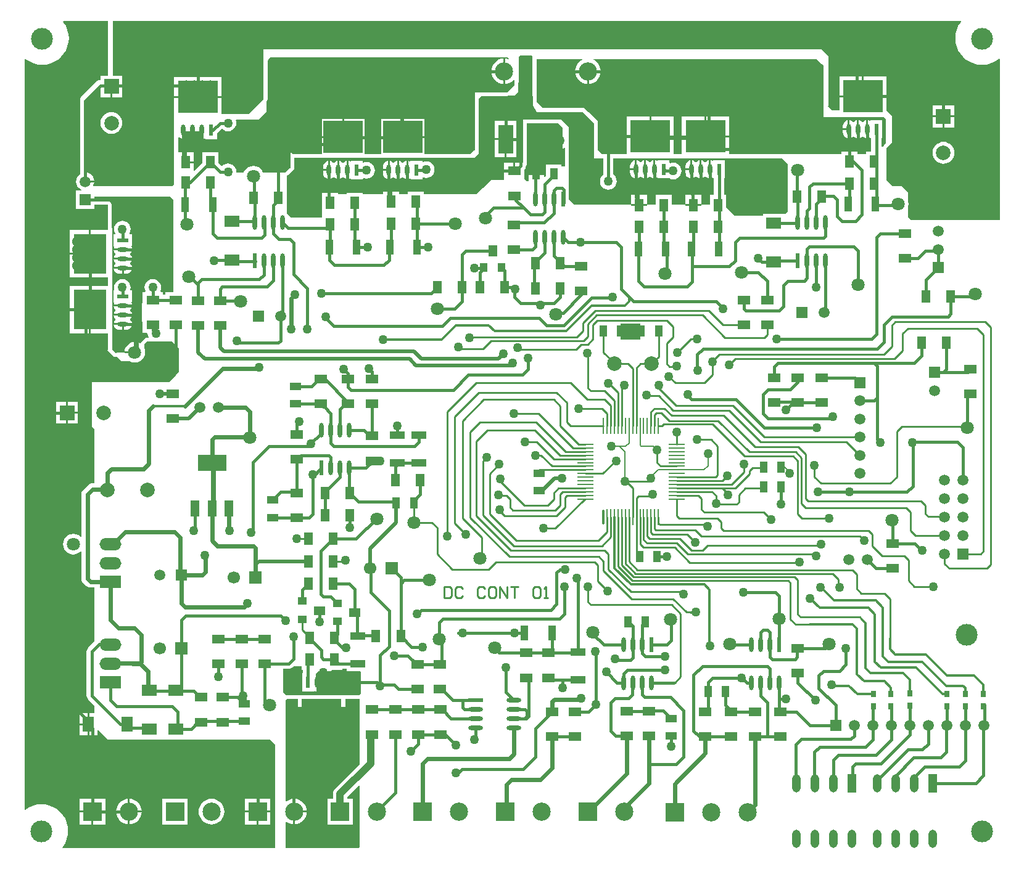
<source format=gtl>
%FSLAX24Y24*%
%MOIN*%
G70*
G01*
G75*
G04 Layer_Physical_Order=1*
G04 Layer_Color=255*
%ADD10O,0.0110X0.0866*%
%ADD11R,0.0110X0.0866*%
%ADD12R,0.0866X0.0110*%
%ADD13R,0.0787X0.0394*%
%ADD14R,0.0472X0.0709*%
%ADD15R,0.0591X0.0472*%
%ADD16R,0.0512X0.0433*%
%ADD17R,0.0591X0.0433*%
%ADD18R,0.0472X0.0906*%
%ADD19R,0.1575X0.0866*%
%ADD20R,0.2165X0.1772*%
%ADD21R,0.0236X0.0591*%
%ADD22O,0.0236X0.0591*%
%ADD23R,0.0433X0.0591*%
%ADD24O,0.0236X0.0787*%
%ADD25R,0.0236X0.0787*%
%ADD26R,0.0591X0.0787*%
%ADD27R,0.0787X0.0591*%
%ADD28R,0.0709X0.0472*%
%ADD29O,0.0591X0.0236*%
%ADD30R,0.0591X0.0236*%
%ADD31R,0.1772X0.2165*%
%ADD32R,0.0394X0.0787*%
%ADD33R,0.0787X0.1575*%
%ADD34R,0.0472X0.0591*%
%ADD35R,0.0433X0.0512*%
%ADD36R,0.0787X0.0236*%
%ADD37O,0.0787X0.0236*%
%ADD38R,0.0315X0.0335*%
%ADD39C,0.0157*%
%ADD40C,0.0098*%
%ADD41C,0.0394*%
%ADD42C,0.0079*%
%ADD43C,0.0197*%
%ADD44C,0.0236*%
%ADD45C,0.0118*%
%ADD46C,0.0138*%
%ADD47C,0.0100*%
%ADD48R,0.1339X0.1063*%
%ADD49R,0.3071X0.1772*%
%ADD50R,0.1299X0.1535*%
%ADD51R,0.1575X0.1417*%
%ADD52R,0.0193X0.0151*%
%ADD53R,0.1116X0.0604*%
%ADD54R,0.1063X0.0906*%
%ADD55R,0.0512X0.0157*%
%ADD56C,0.1181*%
%ADD57C,0.0600*%
%ADD58C,0.0709*%
%ADD59C,0.0787*%
%ADD60R,0.0787X0.0787*%
%ADD61R,0.1181X0.0669*%
%ADD62O,0.1181X0.0669*%
%ADD63C,0.0591*%
%ADD64R,0.0591X0.0591*%
%ADD65R,0.0984X0.0984*%
%ADD66C,0.0984*%
%ADD67R,0.0472X0.0984*%
%ADD68O,0.0472X0.0984*%
%ADD69C,0.0669*%
%ADD70R,0.0669X0.0669*%
%ADD71R,0.0591X0.0591*%
%ADD72R,0.0787X0.0787*%
%ADD73C,0.0500*%
G36*
X8228Y35394D02*
X8307Y35315D01*
Y31142D01*
Y30354D01*
X7874D01*
Y30199D01*
X7756D01*
Y30354D01*
X7635D01*
X7608Y30396D01*
X7640Y30474D01*
X7655Y30591D01*
X7640Y30707D01*
X7595Y30816D01*
X7523Y30909D01*
X7430Y30981D01*
X7321Y31026D01*
X7205Y31041D01*
X7088Y31026D01*
X6979Y30981D01*
X6886Y30909D01*
X6814Y30816D01*
X6769Y30707D01*
X6754Y30591D01*
X6769Y30474D01*
X6802Y30396D01*
X6774Y30354D01*
X6654D01*
Y29804D01*
X6626Y29762D01*
X6610Y29685D01*
Y28780D01*
X6626Y28703D01*
X6654Y28661D01*
Y28150D01*
X6879D01*
X6912Y28112D01*
X6912Y28110D01*
X6927Y27994D01*
X6958Y27919D01*
X6930Y27878D01*
X6890D01*
X6813Y27863D01*
X6748Y27819D01*
X6669Y27740D01*
X6669Y27740D01*
X6590Y27662D01*
X6547Y27596D01*
X6545Y27585D01*
X6498Y27568D01*
X6364Y27624D01*
X6270Y27636D01*
Y27087D01*
X6221D01*
Y27037D01*
X5671D01*
X5665Y27087D01*
Y27087D01*
X5236D01*
X5201Y27051D01*
X5193D01*
X5000Y27244D01*
Y27441D01*
Y33819D01*
X4964Y33854D01*
Y35057D01*
X4949Y35133D01*
X4906Y35199D01*
X4841Y35242D01*
X4764Y35257D01*
X4035D01*
Y35285D01*
X3543D01*
Y35385D01*
X4035D01*
Y35512D01*
X8110D01*
X8228Y35394D01*
D02*
G37*
G36*
X27717Y43071D02*
Y40984D01*
X27756Y40906D01*
Y40433D01*
X27953Y40079D01*
X30394D01*
X31024Y39488D01*
Y37559D01*
X31533D01*
Y36689D01*
X31492Y36657D01*
X31421Y36564D01*
X31376Y36455D01*
X31360Y36339D01*
X31376Y36222D01*
X31421Y36113D01*
X31492Y36020D01*
X31586Y35948D01*
X31694Y35903D01*
X31811Y35888D01*
X31928Y35903D01*
X32036Y35948D01*
X32130Y36020D01*
X32201Y36113D01*
X32246Y36222D01*
X32262Y36339D01*
X32246Y36455D01*
X32201Y36564D01*
X32130Y36657D01*
X32089Y36689D01*
Y37559D01*
X41220D01*
X41339Y37441D01*
X41496Y37283D01*
Y36965D01*
X41491Y36929D01*
X41496Y36893D01*
Y35512D01*
Y34685D01*
X41417Y34606D01*
X41370Y34559D01*
X41339Y34572D01*
Y34572D01*
X41339Y34572D01*
X40157D01*
Y34488D01*
X38622D01*
X38504Y34606D01*
X38189Y34922D01*
Y35591D01*
X38075D01*
Y36492D01*
X38112D01*
Y37476D01*
X37482D01*
Y37470D01*
X37441Y37443D01*
X37379Y37468D01*
X37347Y37472D01*
Y36984D01*
Y36496D01*
X37379Y36500D01*
X37441Y36525D01*
X37482Y36498D01*
Y36492D01*
X37519D01*
Y35591D01*
X37323D01*
Y35079D01*
X36851D01*
Y34989D01*
X35985D01*
Y35079D01*
X35236D01*
Y35591D01*
X34370D01*
Y35079D01*
X33898D01*
Y34989D01*
X33032D01*
Y35079D01*
X29961D01*
X29803Y35236D01*
X29687Y35352D01*
Y35866D01*
X29687Y35869D01*
Y35948D01*
X29685D01*
Y37244D01*
Y39291D01*
X29331Y39646D01*
X29291Y39685D01*
X27205D01*
Y38504D01*
Y37323D01*
X26782D01*
Y36889D01*
X26732D01*
Y36839D01*
X26181D01*
Y36456D01*
X26181D01*
Y36453D01*
X26146Y36417D01*
X25472D01*
X25039Y35984D01*
X24685Y35630D01*
X21850D01*
Y35787D01*
X20984D01*
Y35630D01*
X20512D01*
Y35787D01*
X20129D01*
Y35236D01*
X20029D01*
Y35787D01*
X19646D01*
Y35630D01*
X18543D01*
Y35709D01*
X17677D01*
Y35630D01*
X17205D01*
Y35709D01*
X16822D01*
Y35157D01*
X16722D01*
Y35709D01*
X16339D01*
Y35552D01*
X16339Y35551D01*
Y34375D01*
X14680D01*
X14567Y34488D01*
X14449Y34606D01*
Y36417D01*
Y36627D01*
X14512Y36669D01*
X14748Y36905D01*
X14748Y36905D01*
X14788Y36945D01*
X14831Y37010D01*
X14846Y37087D01*
Y37595D01*
X16325D01*
X16345Y37598D01*
X18629D01*
X18648Y37595D01*
X19553D01*
X19573Y37598D01*
X21857D01*
X21876Y37595D01*
X24331D01*
X24350Y37598D01*
X24567D01*
X24685Y37717D01*
X24803Y37835D01*
Y38031D01*
X24807Y38047D01*
X24806Y38050D01*
X24807Y38053D01*
Y40791D01*
X24957Y40941D01*
X26339D01*
X26415Y40956D01*
X26457Y40984D01*
D01*
X26732D01*
X26929Y41142D01*
X26969Y42165D01*
Y43071D01*
X27047Y43150D01*
X27677D01*
X27717Y43071D01*
D02*
G37*
G36*
X29331Y39252D02*
Y38109D01*
X29438Y38153D01*
X29439Y38154D01*
X29484Y38132D01*
Y37244D01*
Y37162D01*
X29449Y37126D01*
X29272D01*
Y37224D01*
X28446D01*
Y36634D01*
X28372Y36561D01*
X28326Y36580D01*
Y36682D01*
X27499D01*
Y36339D01*
X27402D01*
X27323Y36417D01*
X27283Y36457D01*
Y36969D01*
X27327Y37026D01*
X27355Y37093D01*
X27365Y37165D01*
Y37207D01*
X27390Y37246D01*
X27405Y37323D01*
Y39488D01*
X29094D01*
X29331Y39252D01*
D02*
G37*
G36*
X50880Y44972D02*
X50837Y44922D01*
X50719Y44730D01*
X50633Y44521D01*
X50580Y44301D01*
X50562Y44075D01*
X50580Y43850D01*
X50633Y43630D01*
X50719Y43421D01*
X50837Y43228D01*
X50984Y43056D01*
X51156Y42909D01*
X51349Y42791D01*
X51558Y42704D01*
X51778Y42651D01*
X52004Y42634D01*
X52229Y42651D01*
X52449Y42704D01*
X52658Y42791D01*
X52851Y42909D01*
X52925Y42972D01*
X52970Y42951D01*
Y34252D01*
X48150D01*
X48032Y34370D01*
X47992Y34409D01*
Y34913D01*
X48017Y34974D01*
X48036Y35118D01*
X48017Y35262D01*
X47992Y35323D01*
Y35748D01*
X47677Y36063D01*
X47165D01*
X46929Y36299D01*
X46850Y36378D01*
Y38071D01*
Y38150D01*
X47126Y38425D01*
Y39882D01*
X46851Y40157D01*
Y40879D01*
X44292D01*
Y40157D01*
X43898D01*
X43661Y40394D01*
X43701Y40433D01*
Y43110D01*
Y43110D01*
X43543Y43268D01*
X43346Y43465D01*
X13189D01*
Y40787D01*
X12756Y40354D01*
X12362Y39961D01*
X10906D01*
Y40840D01*
X8347D01*
Y39961D01*
Y39807D01*
Y36181D01*
X8228Y36063D01*
X4015D01*
X3987Y36105D01*
X4023Y36190D01*
X4033Y36269D01*
X3543D01*
Y36319D01*
X3493D01*
Y36809D01*
X3543Y36815D01*
Y40748D01*
X3583Y40787D01*
X4291Y41496D01*
X4370D01*
Y41507D01*
X5551D01*
Y42047D01*
X5039D01*
Y45017D01*
X50859D01*
X50880Y44972D01*
D02*
G37*
G36*
X18386Y4814D02*
X17042Y3470D01*
X16979Y3388D01*
X16939Y3292D01*
X16926Y3189D01*
Y2933D01*
X16634D01*
Y1555D01*
X18012D01*
Y2933D01*
X17720D01*
Y3025D01*
X18340Y3644D01*
X18386Y3625D01*
Y354D01*
X18290Y258D01*
X14370D01*
Y1671D01*
X14415Y1693D01*
X14445Y1668D01*
X14564Y1604D01*
X14694Y1565D01*
X14779Y1557D01*
Y2244D01*
Y2931D01*
X14694Y2923D01*
X14564Y2884D01*
X14445Y2820D01*
X14415Y2796D01*
X14370Y2817D01*
Y8268D01*
X14449Y8346D01*
X15039D01*
Y7506D01*
X17598D01*
Y8346D01*
X18386D01*
Y4814D01*
D02*
G37*
G36*
X4764Y42047D02*
X4370D01*
Y41846D01*
X4332Y41813D01*
X4331Y41813D01*
X4259Y41804D01*
X4192Y41776D01*
X4134Y41732D01*
X3347Y40945D01*
X3303Y40887D01*
X3275Y40820D01*
X3265Y40748D01*
Y36726D01*
X3192Y36670D01*
X3113Y36567D01*
X3064Y36447D01*
X3047Y36319D01*
X3064Y36190D01*
X3113Y36071D01*
X3192Y35968D01*
X3295Y35889D01*
X3327Y35876D01*
X3317Y35827D01*
X3051D01*
Y34843D01*
X4035D01*
Y35057D01*
X4764D01*
Y33701D01*
X3845D01*
Y32421D01*
Y31142D01*
X4764D01*
Y30670D01*
X3845D01*
Y29390D01*
Y28111D01*
X4764D01*
Y27244D01*
X4724Y27205D01*
X5079Y26850D01*
X5276D01*
X5512Y26614D01*
X5931D01*
X5943Y26605D01*
X6077Y26550D01*
X6220Y26531D01*
X6364Y26550D01*
X6498Y26605D01*
X6614Y26694D01*
X6702Y26809D01*
X6710Y26828D01*
X6732Y26850D01*
Y26882D01*
X6757Y26943D01*
X6776Y27087D01*
X6757Y27231D01*
X6732Y27291D01*
Y27520D01*
X6811Y27598D01*
X6890Y27677D01*
X7240D01*
X7246Y27675D01*
X7362Y27660D01*
X7479Y27675D01*
X7484Y27677D01*
X8228D01*
X8307Y27598D01*
X8622Y27283D01*
Y26811D01*
Y26024D01*
X8425Y25827D01*
X8071Y25472D01*
X3898D01*
Y23071D01*
X4055Y22913D01*
Y20003D01*
X3937D01*
X3855Y19992D01*
X3801Y19969D01*
X3778Y19960D01*
X3750Y19938D01*
X3712Y19910D01*
X3437Y19634D01*
X3386Y19568D01*
X3355Y19492D01*
X3344Y19409D01*
Y17111D01*
X3296Y17095D01*
X3292Y17101D01*
X3177Y17189D01*
X3043Y17245D01*
X2899Y17264D01*
X2755Y17245D01*
X2621Y17189D01*
X2506Y17101D01*
X2417Y16986D01*
X2362Y16851D01*
X2343Y16708D01*
X2362Y16564D01*
X2417Y16430D01*
X2506Y16314D01*
X2621Y16226D01*
X2755Y16171D01*
X2899Y16152D01*
X3043Y16171D01*
X3177Y16226D01*
X3292Y16314D01*
X3296Y16320D01*
X3344Y16304D01*
Y14843D01*
X3355Y14760D01*
X3386Y14684D01*
X3437Y14618D01*
X3602Y14453D01*
X3668Y14402D01*
X3744Y14371D01*
X3826Y14360D01*
X4055D01*
Y11456D01*
X3701Y11102D01*
X3657Y11044D01*
X3629Y10977D01*
X3620Y10906D01*
Y8504D01*
X3629Y8432D01*
X3657Y8365D01*
X3701Y8307D01*
X4055Y7953D01*
Y7559D01*
X3766D01*
Y6968D01*
Y6378D01*
X4208D01*
Y6632D01*
X4254Y6651D01*
X4331Y6575D01*
X4764Y6142D01*
X13465D01*
X13504Y6181D01*
X13819Y5866D01*
Y258D01*
X2321D01*
X2300Y304D01*
X2343Y354D01*
X2461Y547D01*
X2548Y756D01*
X2601Y976D01*
X2618Y1201D01*
X2601Y1427D01*
X2548Y1647D01*
X2461Y1856D01*
X2343Y2048D01*
X2196Y2220D01*
X2024Y2367D01*
X1831Y2485D01*
X1622Y2572D01*
X1402Y2625D01*
X1177Y2643D01*
X951Y2625D01*
X731Y2572D01*
X522Y2485D01*
X330Y2367D01*
X304Y2345D01*
X258Y2366D01*
Y42944D01*
X304Y42965D01*
X369Y42909D01*
X562Y42791D01*
X771Y42704D01*
X991Y42651D01*
X1216Y42634D01*
X1442Y42651D01*
X1662Y42704D01*
X1871Y42791D01*
X2063Y42909D01*
X2235Y43056D01*
X2382Y43228D01*
X2501Y43421D01*
X2587Y43630D01*
X2640Y43850D01*
X2658Y44075D01*
X2640Y44301D01*
X2587Y44521D01*
X2501Y44730D01*
X2382Y44922D01*
X2340Y44972D01*
X2361Y45017D01*
X4764D01*
Y42047D01*
D02*
G37*
G36*
X26431Y42978D02*
X26405Y42935D01*
X26316Y42962D01*
X26231Y42971D01*
Y42283D01*
Y41596D01*
X26316Y41604D01*
X26446Y41644D01*
X26566Y41708D01*
X26671Y41794D01*
X26685Y41812D01*
X26732Y41795D01*
Y41535D01*
X26614Y41417D01*
X26339Y41142D01*
X24606D01*
Y38053D01*
X24567Y38017D01*
X24331Y37795D01*
X21876D01*
Y38675D01*
X19553D01*
Y37795D01*
X18648D01*
Y38675D01*
X16325D01*
Y37795D01*
X14764D01*
X14646Y37906D01*
Y37595D01*
Y37106D01*
X14642Y37088D01*
X14632Y37073D01*
X14606Y37047D01*
X14606Y37047D01*
X14384Y36825D01*
X14363Y36811D01*
X13153D01*
X13119Y36892D01*
X13031Y37007D01*
X12916Y37096D01*
X12782Y37151D01*
X12638Y37170D01*
X12494Y37151D01*
X12360Y37096D01*
X12245Y37007D01*
X12156Y36892D01*
X12123Y36811D01*
X11743D01*
X11710Y36849D01*
X11711Y36850D01*
X11695Y36967D01*
X11650Y37076D01*
X11579Y37169D01*
X11485Y37241D01*
X11376Y37286D01*
X11260Y37301D01*
X11143Y37286D01*
X11034Y37241D01*
X10941Y37169D01*
X10903Y37167D01*
X10748Y37322D01*
Y37913D01*
X9882D01*
Y37322D01*
X9456Y36897D01*
X9410Y36916D01*
Y37312D01*
X8977D01*
Y37362D01*
X8927D01*
Y37913D01*
X8583D01*
Y38694D01*
X8630Y38710D01*
X8632Y38708D01*
X8697Y38658D01*
X8774Y38626D01*
X8806Y38622D01*
Y39110D01*
X8906D01*
Y38622D01*
X8939Y38626D01*
X9015Y38658D01*
X9081Y38708D01*
X9081Y38709D01*
X9131D01*
X9132Y38708D01*
X9197Y38658D01*
X9274Y38626D01*
X9306Y38622D01*
Y39110D01*
X9406D01*
Y38622D01*
X9439Y38626D01*
X9515Y38658D01*
X9581Y38708D01*
X9581Y38709D01*
X9631D01*
X9632Y38708D01*
X9697Y38658D01*
X9774Y38626D01*
X9806Y38622D01*
Y39110D01*
X9906D01*
Y38622D01*
X9939Y38626D01*
X10000Y38651D01*
X10041Y38624D01*
Y38618D01*
X10671D01*
Y38940D01*
X10904Y39172D01*
X10941Y39169D01*
X11034Y39098D01*
X11143Y39053D01*
X11260Y39037D01*
X11376Y39053D01*
X11485Y39098D01*
X11579Y39169D01*
X11650Y39263D01*
X11695Y39372D01*
X11711Y39488D01*
X11695Y39605D01*
X11685Y39629D01*
X11713Y39670D01*
X12913D01*
X13110Y39863D01*
X13346Y40095D01*
Y40669D01*
X13374Y40711D01*
X13390Y40787D01*
Y42881D01*
X13425Y42916D01*
X13543Y43032D01*
X14370D01*
X14488Y42916D01*
Y43032D01*
X26378D01*
X26431Y42978D01*
D02*
G37*
G36*
X15237Y9921D02*
X15311D01*
Y9729D01*
X15274D01*
Y8744D01*
X15904D01*
Y8750D01*
X15945Y8778D01*
X16006Y8752D01*
X16039Y8748D01*
Y9237D01*
X16139D01*
Y8748D01*
X16171Y8752D01*
X16247Y8784D01*
X16313Y8835D01*
X16314Y8835D01*
X16364D01*
X16364Y8835D01*
X16430Y8784D01*
X16506Y8752D01*
X16539Y8748D01*
Y9237D01*
X16639D01*
Y8748D01*
X16671Y8752D01*
X16747Y8784D01*
X16813Y8835D01*
X16814Y8835D01*
X16864D01*
X16864Y8835D01*
X16930Y8784D01*
X17006Y8752D01*
X17039Y8748D01*
Y9236D01*
Y9725D01*
X17006Y9720D01*
X16930Y9689D01*
X16902Y9667D01*
X16859Y9692D01*
X16861Y9714D01*
X16417D01*
Y9814D01*
X16861D01*
X16853Y9880D01*
X16880Y9921D01*
X17441D01*
Y9958D01*
X17677D01*
Y9852D01*
X18377D01*
X18425Y9803D01*
Y9764D01*
Y8622D01*
X18386Y8583D01*
X18350Y8547D01*
X17598D01*
X17579Y8543D01*
X15058D01*
X15039Y8547D01*
X14449D01*
X14429Y8543D01*
X14409D01*
X14331Y8622D01*
X14252Y8701D01*
Y9959D01*
X14528D01*
X14600Y9968D01*
X14667Y9996D01*
X14724Y10040D01*
X14803Y10118D01*
X15237D01*
Y9921D01*
D02*
G37*
G36*
X43081Y42918D02*
X43349Y42672D01*
X43425Y42602D01*
Y41339D01*
Y39803D01*
X46693D01*
X46732Y39764D01*
X46811Y39685D01*
Y39528D01*
Y38394D01*
X46708Y38292D01*
X46692Y38267D01*
X46625Y38200D01*
X46579Y38219D01*
Y38657D01*
X46616D01*
Y39642D01*
X45986D01*
Y39636D01*
X45945Y39608D01*
X45883Y39633D01*
X45851Y39638D01*
Y39149D01*
Y38661D01*
X45883Y38665D01*
X45945Y38691D01*
X45986Y38663D01*
Y38657D01*
X46023D01*
Y37953D01*
X45748D01*
Y37795D01*
X45276D01*
Y37953D01*
X44893D01*
Y37401D01*
X44793D01*
Y37953D01*
X44410D01*
Y37795D01*
X38347D01*
Y38714D01*
X35788D01*
Y37795D01*
X35355D01*
Y38714D01*
X32796D01*
Y37795D01*
X31476D01*
X31400Y37865D01*
X31246Y38006D01*
Y38286D01*
Y39620D01*
X31017Y39830D01*
X30480Y40321D01*
X28259D01*
X28068Y40497D01*
X27953Y40602D01*
Y42953D01*
X28051D01*
Y42333D01*
X29429D01*
Y42953D01*
X30396D01*
X30409Y42904D01*
X30324Y42859D01*
X30219Y42773D01*
X30133Y42668D01*
X30069Y42548D01*
X30030Y42419D01*
X30021Y42333D01*
X31396D01*
X31388Y42419D01*
X31348Y42548D01*
X31284Y42668D01*
X31198Y42773D01*
X31093Y42859D01*
X30974Y42923D01*
X30978Y42953D01*
X43081D01*
Y42918D01*
D02*
G37*
%LPC*%
G36*
X6063Y31602D02*
X5625D01*
Y31334D01*
X5752D01*
X5834Y31345D01*
X5911Y31376D01*
X5977Y31427D01*
X6027Y31493D01*
X6059Y31569D01*
X6063Y31602D01*
D02*
G37*
G36*
X5525D02*
X5087D01*
X5091Y31569D01*
X5123Y31493D01*
X5173Y31427D01*
X5239Y31376D01*
X5316Y31345D01*
X5398Y31334D01*
X5525D01*
Y31602D01*
D02*
G37*
G36*
X3745Y32372D02*
X2712D01*
Y31142D01*
X3745D01*
Y32372D01*
D02*
G37*
G36*
X6063Y28570D02*
X5625D01*
Y28302D01*
X5752D01*
X5834Y28313D01*
X5911Y28345D01*
X5977Y28395D01*
X6027Y28461D01*
X6059Y28538D01*
X6063Y28570D01*
D02*
G37*
G36*
X5525D02*
X5087D01*
X5091Y28538D01*
X5123Y28461D01*
X5173Y28395D01*
X5239Y28345D01*
X5316Y28313D01*
X5398Y28302D01*
X5525D01*
Y28570D01*
D02*
G37*
G36*
X3745Y29340D02*
X2712D01*
Y28111D01*
X3745D01*
Y29340D01*
D02*
G37*
G36*
X6063Y29070D02*
X5087D01*
X5091Y29038D01*
X5123Y28961D01*
X5173Y28895D01*
X5174Y28895D01*
Y28845D01*
X5173Y28845D01*
X5123Y28779D01*
X5091Y28702D01*
X5087Y28670D01*
X6063D01*
X6059Y28702D01*
X6027Y28779D01*
X5977Y28845D01*
X5976Y28845D01*
Y28895D01*
X5977Y28895D01*
X6027Y28961D01*
X6059Y29038D01*
X6063Y29070D01*
D02*
G37*
G36*
X5551Y31041D02*
X5435Y31026D01*
X5326Y30981D01*
X5232Y30909D01*
X5161Y30816D01*
X5116Y30707D01*
X5100Y30591D01*
X5116Y30474D01*
X5090Y30435D01*
X5083D01*
Y29805D01*
X5089D01*
X5116Y29764D01*
X5091Y29702D01*
X5087Y29670D01*
X6063D01*
X6059Y29702D01*
X6027Y29779D01*
X6040Y29805D01*
X6067D01*
Y30435D01*
X6012D01*
X5987Y30474D01*
X6002Y30591D01*
X5987Y30707D01*
X5942Y30816D01*
X5870Y30909D01*
X5777Y30981D01*
X5668Y31026D01*
X5551Y31041D01*
D02*
G37*
G36*
X3745Y30670D02*
X2712D01*
Y29440D01*
X3745D01*
Y30670D01*
D02*
G37*
G36*
X6063Y29570D02*
X5087D01*
X5091Y29538D01*
X5123Y29461D01*
X5173Y29395D01*
X5174Y29395D01*
Y29345D01*
X5173Y29345D01*
X5123Y29279D01*
X5091Y29202D01*
X5087Y29170D01*
X6063D01*
X6059Y29202D01*
X6027Y29279D01*
X5977Y29345D01*
X5976Y29345D01*
Y29395D01*
X5977Y29395D01*
X6027Y29461D01*
X6059Y29538D01*
X6063Y29570D01*
D02*
G37*
G36*
X16667Y36895D02*
X16399D01*
Y36767D01*
X16410Y36685D01*
X16441Y36609D01*
X16492Y36543D01*
X16558Y36492D01*
X16634Y36461D01*
X16667Y36456D01*
Y36895D01*
D02*
G37*
G36*
X3593Y36809D02*
Y36369D01*
X4033D01*
X4023Y36447D01*
X3973Y36567D01*
X3894Y36670D01*
X3791Y36749D01*
X3672Y36798D01*
X3593Y36809D01*
D02*
G37*
G36*
X36851Y35591D02*
X36468D01*
Y35089D01*
X36851D01*
Y35591D01*
D02*
G37*
G36*
X36247Y36934D02*
X35980D01*
Y36807D01*
X35990Y36725D01*
X36022Y36648D01*
X36073Y36582D01*
X36138Y36532D01*
X36215Y36500D01*
X36247Y36496D01*
Y36934D01*
D02*
G37*
G36*
X33255D02*
X32987D01*
Y36807D01*
X32998Y36725D01*
X33030Y36648D01*
X33080Y36582D01*
X33146Y36532D01*
X33223Y36500D01*
X33255Y36496D01*
Y36934D01*
D02*
G37*
G36*
X19895Y36895D02*
X19627D01*
Y36767D01*
X19638Y36685D01*
X19670Y36609D01*
X19720Y36543D01*
X19786Y36492D01*
X19863Y36461D01*
X19895Y36456D01*
Y36895D01*
D02*
G37*
G36*
X36368Y35591D02*
X35985D01*
Y35089D01*
X36368D01*
Y35591D01*
D02*
G37*
G36*
X3745Y33701D02*
X2712D01*
Y32472D01*
X3745D01*
Y33701D01*
D02*
G37*
G36*
X6063Y32602D02*
X5087D01*
X5091Y32569D01*
X5123Y32493D01*
X5173Y32427D01*
X5174Y32427D01*
Y32377D01*
X5173Y32376D01*
X5123Y32310D01*
X5091Y32234D01*
X5087Y32202D01*
X6063D01*
X6059Y32234D01*
X6027Y32310D01*
X5977Y32376D01*
X5976Y32377D01*
Y32427D01*
X5977Y32427D01*
X6027Y32493D01*
X6059Y32569D01*
X6063Y32602D01*
D02*
G37*
G36*
Y32102D02*
X5087D01*
X5091Y32069D01*
X5123Y31993D01*
X5173Y31927D01*
X5174Y31927D01*
Y31877D01*
X5173Y31876D01*
X5123Y31810D01*
X5091Y31734D01*
X5087Y31702D01*
X6063D01*
X6059Y31734D01*
X6027Y31810D01*
X5977Y31876D01*
X5976Y31877D01*
Y31927D01*
X5977Y31927D01*
X6027Y31993D01*
X6059Y32069D01*
X6063Y32102D01*
D02*
G37*
G36*
X33898Y35591D02*
X33515D01*
Y35089D01*
X33898D01*
Y35591D01*
D02*
G37*
G36*
X33415D02*
X33032D01*
Y35089D01*
X33415D01*
Y35591D01*
D02*
G37*
G36*
X5551Y34191D02*
X5435Y34176D01*
X5326Y34130D01*
X5232Y34059D01*
X5161Y33966D01*
X5116Y33857D01*
X5100Y33740D01*
X5116Y33624D01*
X5161Y33515D01*
X5163Y33511D01*
X5141Y33467D01*
X5083D01*
Y32837D01*
X5089D01*
X5116Y32795D01*
X5091Y32734D01*
X5087Y32702D01*
X6063D01*
X6059Y32734D01*
X6027Y32810D01*
X6040Y32837D01*
X6067D01*
Y33467D01*
X5961D01*
X5939Y33511D01*
X5942Y33515D01*
X5987Y33624D01*
X6002Y33740D01*
X5987Y33857D01*
X5942Y33966D01*
X5870Y34059D01*
X5777Y34130D01*
X5668Y34176D01*
X5551Y34191D01*
D02*
G37*
G36*
X3887Y2933D02*
X3248D01*
Y2294D01*
X3887D01*
Y2933D01*
D02*
G37*
G36*
X15517Y2194D02*
X14879D01*
Y1557D01*
X14964Y1565D01*
X15094Y1604D01*
X15214Y1668D01*
X15319Y1755D01*
X15405Y1859D01*
X15469Y1979D01*
X15508Y2109D01*
X15517Y2194D01*
D02*
G37*
G36*
X6593D02*
X5956D01*
Y1557D01*
X6041Y1565D01*
X6170Y1604D01*
X6290Y1668D01*
X6395Y1755D01*
X6481Y1859D01*
X6545Y1979D01*
X6585Y2109D01*
X6593Y2194D01*
D02*
G37*
G36*
X5956Y2931D02*
Y2294D01*
X6593D01*
X6585Y2379D01*
X6545Y2509D01*
X6481Y2629D01*
X6395Y2734D01*
X6290Y2820D01*
X6170Y2884D01*
X6041Y2923D01*
X5956Y2931D01*
D02*
G37*
G36*
X5856D02*
X5770Y2923D01*
X5641Y2884D01*
X5521Y2820D01*
X5416Y2734D01*
X5330Y2629D01*
X5266Y2509D01*
X5226Y2379D01*
X5218Y2294D01*
X5856D01*
Y2931D01*
D02*
G37*
G36*
X4626Y2933D02*
X3987D01*
Y2294D01*
X4626D01*
Y2933D01*
D02*
G37*
G36*
X5856Y2194D02*
X5218D01*
X5226Y2109D01*
X5266Y1979D01*
X5330Y1859D01*
X5416Y1755D01*
X5521Y1668D01*
X5641Y1604D01*
X5770Y1565D01*
X5856Y1557D01*
Y2194D01*
D02*
G37*
G36*
X4626D02*
X3987D01*
Y1555D01*
X4626D01*
Y2194D01*
D02*
G37*
G36*
X3887D02*
X3248D01*
Y1555D01*
X3887D01*
Y2194D01*
D02*
G37*
G36*
X10367Y2936D02*
X10232Y2923D01*
X10103Y2884D01*
X9983Y2820D01*
X9878Y2734D01*
X9792Y2629D01*
X9728Y2509D01*
X9688Y2379D01*
X9675Y2244D01*
X9688Y2109D01*
X9728Y1979D01*
X9792Y1859D01*
X9878Y1755D01*
X9983Y1668D01*
X10103Y1604D01*
X10232Y1565D01*
X10367Y1552D01*
X10503Y1565D01*
X10632Y1604D01*
X10752Y1668D01*
X10857Y1755D01*
X10943Y1859D01*
X11007Y1979D01*
X11046Y2109D01*
X11060Y2244D01*
X11046Y2379D01*
X11007Y2509D01*
X10943Y2629D01*
X10857Y2734D01*
X10752Y2820D01*
X10632Y2884D01*
X10503Y2923D01*
X10367Y2936D01*
D02*
G37*
G36*
X13550Y2194D02*
X12911D01*
Y1555D01*
X13550D01*
Y2194D01*
D02*
G37*
G36*
X12811D02*
X12172D01*
Y1555D01*
X12811D01*
Y2194D01*
D02*
G37*
G36*
X9088Y2933D02*
X7710D01*
Y1555D01*
X9088D01*
Y2933D01*
D02*
G37*
G36*
X12811D02*
X12172D01*
Y2294D01*
X12811D01*
Y2933D01*
D02*
G37*
G36*
X3150Y23769D02*
X2609D01*
Y23228D01*
X3150D01*
Y23769D01*
D02*
G37*
G36*
X2509D02*
X1969D01*
Y23228D01*
X2509D01*
Y23769D01*
D02*
G37*
G36*
X17139Y9725D02*
Y9286D01*
X17406D01*
Y9414D01*
X17395Y9496D01*
X17364Y9572D01*
X17313Y9638D01*
X17247Y9689D01*
X17171Y9720D01*
X17139Y9725D01*
D02*
G37*
G36*
X6170Y27636D02*
X6077Y27624D01*
X5943Y27568D01*
X5827Y27480D01*
X5739Y27365D01*
X5683Y27231D01*
X5671Y27137D01*
X6170D01*
Y27636D01*
D02*
G37*
G36*
X3150Y24409D02*
X2609D01*
Y23869D01*
X3150D01*
Y24409D01*
D02*
G37*
G36*
X2509D02*
X1969D01*
Y23869D01*
X2509D01*
Y24409D01*
D02*
G37*
G36*
X17406Y9186D02*
X17139D01*
Y8748D01*
X17171Y8752D01*
X17247Y8784D01*
X17313Y8835D01*
X17364Y8900D01*
X17395Y8977D01*
X17406Y9059D01*
Y9186D01*
D02*
G37*
G36*
X16269Y7406D02*
X15039D01*
Y6374D01*
X16269D01*
Y7406D01*
D02*
G37*
G36*
X14879Y2931D02*
Y2294D01*
X15517D01*
X15508Y2379D01*
X15469Y2509D01*
X15405Y2629D01*
X15319Y2734D01*
X15214Y2820D01*
X15094Y2884D01*
X14964Y2923D01*
X14879Y2931D01*
D02*
G37*
G36*
X13550Y2933D02*
X12911D01*
Y2294D01*
X13550D01*
Y2933D01*
D02*
G37*
G36*
X3666Y7559D02*
X3224D01*
Y7018D01*
X3666D01*
Y7559D01*
D02*
G37*
G36*
Y6919D02*
X3224D01*
Y6378D01*
X3666D01*
Y6919D01*
D02*
G37*
G36*
X17598Y7406D02*
X16369D01*
Y6374D01*
X17598D01*
Y7406D01*
D02*
G37*
G36*
X49871Y40433D02*
X49331D01*
Y39893D01*
X49871D01*
Y40433D01*
D02*
G37*
G36*
X45751Y39638D02*
X45719Y39633D01*
X45642Y39602D01*
X45577Y39551D01*
X45576Y39551D01*
X45526D01*
X45526Y39551D01*
X45460Y39602D01*
X45383Y39633D01*
X45351Y39638D01*
Y39149D01*
Y38661D01*
X45383Y38665D01*
X45460Y38697D01*
X45526Y38748D01*
X45526Y38748D01*
X45576D01*
X45577Y38748D01*
X45642Y38697D01*
X45719Y38665D01*
X45751Y38661D01*
Y39149D01*
Y39638D01*
D02*
G37*
G36*
X45251D02*
X45219Y39633D01*
X45142Y39602D01*
X45077Y39551D01*
X45076Y39551D01*
X45026D01*
X45026Y39551D01*
X44960Y39602D01*
X44883Y39633D01*
X44851Y39638D01*
Y39149D01*
Y38661D01*
X44883Y38665D01*
X44960Y38697D01*
X45026Y38748D01*
X45026Y38748D01*
X45076D01*
X45077Y38748D01*
X45142Y38697D01*
X45219Y38665D01*
X45251Y38661D01*
Y39149D01*
Y39638D01*
D02*
G37*
G36*
X5551Y41407D02*
X5011D01*
Y40866D01*
X5551D01*
Y41407D01*
D02*
G37*
G36*
X4911D02*
X4370D01*
Y40866D01*
X4911D01*
Y41407D01*
D02*
G37*
G36*
X50512Y40433D02*
X49971D01*
Y39893D01*
X50512D01*
Y40433D01*
D02*
G37*
G36*
Y39793D02*
X49971D01*
Y39252D01*
X50512D01*
Y39793D01*
D02*
G37*
G36*
X38347Y39847D02*
X37117D01*
Y38814D01*
X38347D01*
Y39847D01*
D02*
G37*
G36*
X37017D02*
X35788D01*
Y38814D01*
X37017D01*
Y39847D01*
D02*
G37*
G36*
X35355D02*
X34125D01*
Y38814D01*
X35355D01*
Y39847D01*
D02*
G37*
G36*
X49871Y39793D02*
X49331D01*
Y39252D01*
X49871D01*
Y39793D01*
D02*
G37*
G36*
X44751Y39638D02*
X44719Y39633D01*
X44642Y39602D01*
X44577Y39551D01*
X44526Y39485D01*
X44494Y39409D01*
X44483Y39327D01*
Y39199D01*
X44751D01*
Y39638D01*
D02*
G37*
G36*
X4961Y40082D02*
X4845Y40070D01*
X4734Y40036D01*
X4631Y39982D01*
X4541Y39908D01*
X4467Y39818D01*
X4412Y39715D01*
X4379Y39604D01*
X4367Y39488D01*
X4379Y39372D01*
X4412Y39261D01*
X4467Y39159D01*
X4541Y39069D01*
X4631Y38995D01*
X4734Y38940D01*
X4845Y38906D01*
X4961Y38895D01*
X5076Y38906D01*
X5188Y38940D01*
X5290Y38995D01*
X5380Y39069D01*
X5454Y39159D01*
X5509Y39261D01*
X5543Y39372D01*
X5554Y39488D01*
X5543Y39604D01*
X5509Y39715D01*
X5454Y39818D01*
X5380Y39908D01*
X5316Y39961D01*
X5311Y39965D01*
D01*
X5290Y39982D01*
X5188Y40036D01*
X5076Y40070D01*
X4961Y40082D01*
D02*
G37*
G36*
X9576Y41973D02*
X8347D01*
Y40940D01*
X9576D01*
Y41973D01*
D02*
G37*
G36*
X24163Y42233D02*
X23642D01*
Y41713D01*
X24163D01*
Y42233D01*
D02*
G37*
G36*
X31396D02*
X30759D01*
Y41596D01*
X30844Y41604D01*
X30974Y41644D01*
X31093Y41708D01*
X31198Y41794D01*
X31284Y41899D01*
X31348Y42019D01*
X31388Y42148D01*
X31396Y42233D01*
D02*
G37*
G36*
X30659D02*
X30021D01*
X30030Y42148D01*
X30069Y42019D01*
X30133Y41899D01*
X30219Y41794D01*
X30324Y41708D01*
X30444Y41644D01*
X30574Y41604D01*
X30659Y41596D01*
Y42233D01*
D02*
G37*
G36*
X26131Y42971D02*
X26046Y42962D01*
X25916Y42923D01*
X25796Y42859D01*
X25692Y42773D01*
X25605Y42668D01*
X25541Y42548D01*
X25502Y42419D01*
X25494Y42333D01*
X26131D01*
Y42971D01*
D02*
G37*
G36*
X24902Y42972D02*
X24551D01*
X24606Y42921D01*
Y42854D01*
X24263D01*
Y42333D01*
X24902D01*
Y42972D01*
D02*
G37*
G36*
X24163Y42854D02*
X23642D01*
Y42333D01*
X24163D01*
Y42854D01*
D02*
G37*
G36*
X26131Y42233D02*
X25494D01*
X25502Y42148D01*
X25541Y42019D01*
X25605Y41899D01*
X25692Y41794D01*
X25796Y41708D01*
X25916Y41644D01*
X26046Y41604D01*
X26131Y41596D01*
Y42233D01*
D02*
G37*
G36*
X46851Y42012D02*
X45621D01*
Y40979D01*
X46851D01*
Y42012D01*
D02*
G37*
G36*
X45521D02*
X44292D01*
Y40979D01*
X45521D01*
Y42012D01*
D02*
G37*
G36*
X10906Y41973D02*
X9676D01*
Y40940D01*
X10906D01*
Y41973D01*
D02*
G37*
G36*
X29429Y42233D02*
X28790D01*
Y41594D01*
X29429D01*
Y42233D01*
D02*
G37*
G36*
X28690D02*
X28051D01*
Y41594D01*
X28690D01*
Y42233D01*
D02*
G37*
G36*
X24902D02*
X24263D01*
Y41713D01*
X24606D01*
Y41594D01*
X24902D01*
Y42233D01*
D02*
G37*
G36*
X34025Y39847D02*
X32796D01*
Y38814D01*
X34025D01*
Y39847D01*
D02*
G37*
G36*
X20895Y37433D02*
X20863Y37429D01*
X20786Y37397D01*
X20720Y37346D01*
X20720Y37346D01*
X20670D01*
X20670Y37346D01*
X20604Y37397D01*
X20527Y37429D01*
X20495Y37433D01*
Y36945D01*
Y36456D01*
X20527Y36461D01*
X20604Y36492D01*
X20670Y36543D01*
X20670Y36543D01*
X20720D01*
X20720Y36543D01*
X20786Y36492D01*
X20863Y36461D01*
X20895Y36456D01*
Y36945D01*
Y37433D01*
D02*
G37*
G36*
X20395D02*
X20363Y37429D01*
X20286Y37397D01*
X20220Y37346D01*
X20220Y37346D01*
X20170D01*
X20170Y37346D01*
X20104Y37397D01*
X20027Y37429D01*
X19995Y37433D01*
Y36945D01*
Y36456D01*
X20027Y36461D01*
X20104Y36492D01*
X20170Y36543D01*
X20170Y36543D01*
X20220D01*
X20220Y36543D01*
X20286Y36492D01*
X20363Y36461D01*
X20395Y36456D01*
Y36945D01*
Y37433D01*
D02*
G37*
G36*
X17667D02*
X17634Y37429D01*
X17558Y37397D01*
X17492Y37346D01*
X17492Y37346D01*
X17442D01*
X17441Y37346D01*
X17375Y37397D01*
X17299Y37429D01*
X17267Y37433D01*
Y36945D01*
Y36456D01*
X17299Y36461D01*
X17375Y36492D01*
X17441Y36543D01*
X17442Y36543D01*
X17492D01*
X17492Y36543D01*
X17558Y36492D01*
X17634Y36461D01*
X17667Y36456D01*
Y36945D01*
Y37433D01*
D02*
G37*
G36*
X36747Y37472D02*
X36715Y37468D01*
X36638Y37436D01*
X36573Y37386D01*
X36572Y37385D01*
X36522D01*
X36522Y37386D01*
X36456Y37436D01*
X36379Y37468D01*
X36347Y37472D01*
Y36984D01*
Y36496D01*
X36379Y36500D01*
X36456Y36532D01*
X36522Y36582D01*
X36522Y36583D01*
X36572D01*
X36573Y36582D01*
X36638Y36532D01*
X36715Y36500D01*
X36747Y36496D01*
Y36984D01*
Y37472D01*
D02*
G37*
G36*
X34255D02*
X34223Y37468D01*
X34146Y37436D01*
X34080Y37386D01*
X34080Y37385D01*
X34030D01*
X34030Y37386D01*
X33964Y37436D01*
X33887Y37468D01*
X33855Y37472D01*
Y36984D01*
Y36496D01*
X33887Y36500D01*
X33964Y36532D01*
X34030Y36582D01*
X34030Y36583D01*
X34080D01*
X34080Y36582D01*
X34146Y36532D01*
X34223Y36500D01*
X34255Y36496D01*
Y36984D01*
Y37472D01*
D02*
G37*
G36*
X33755D02*
X33723Y37468D01*
X33646Y37436D01*
X33580Y37386D01*
X33580Y37385D01*
X33530D01*
X33530Y37386D01*
X33464Y37436D01*
X33387Y37468D01*
X33355Y37472D01*
Y36984D01*
Y36496D01*
X33387Y36500D01*
X33464Y36532D01*
X33530Y36582D01*
X33530Y36583D01*
X33580D01*
X33580Y36582D01*
X33646Y36532D01*
X33723Y36500D01*
X33755Y36496D01*
Y36984D01*
Y37472D01*
D02*
G37*
G36*
X17167Y37433D02*
X17134Y37429D01*
X17058Y37397D01*
X16992Y37346D01*
X16992Y37346D01*
X16942D01*
X16941Y37346D01*
X16875Y37397D01*
X16799Y37429D01*
X16767Y37433D01*
Y36945D01*
Y36456D01*
X16799Y36461D01*
X16875Y36492D01*
X16941Y36543D01*
X16942Y36543D01*
X16992D01*
X16992Y36543D01*
X17058Y36492D01*
X17134Y36461D01*
X17167Y36456D01*
Y36945D01*
Y37433D01*
D02*
G37*
G36*
X19895D02*
X19863Y37429D01*
X19786Y37397D01*
X19720Y37346D01*
X19670Y37281D01*
X19638Y37204D01*
X19627Y37122D01*
Y36995D01*
X19895D01*
Y37433D01*
D02*
G37*
G36*
X16667D02*
X16634Y37429D01*
X16558Y37397D01*
X16492Y37346D01*
X16441Y37281D01*
X16410Y37204D01*
X16399Y37122D01*
Y36995D01*
X16667D01*
Y37433D01*
D02*
G37*
G36*
X26682Y37323D02*
X26181D01*
Y36939D01*
X26682D01*
Y37323D01*
D02*
G37*
G36*
X49921Y38467D02*
X49805Y38456D01*
X49694Y38422D01*
X49592Y38367D01*
X49502Y38294D01*
X49428Y38204D01*
X49373Y38101D01*
X49339Y37990D01*
X49328Y37874D01*
X49339Y37758D01*
X49373Y37647D01*
X49428Y37544D01*
X49502Y37454D01*
X49592Y37381D01*
X49694Y37326D01*
X49805Y37292D01*
X49921Y37281D01*
X50037Y37292D01*
X50148Y37326D01*
X50251Y37381D01*
X50341Y37454D01*
X50415Y37544D01*
X50469Y37647D01*
X50503Y37758D01*
X50515Y37874D01*
X50503Y37990D01*
X50469Y38101D01*
X50415Y38204D01*
X50341Y38294D01*
X50251Y38367D01*
X50148Y38422D01*
X50037Y38456D01*
X49921Y38467D01*
D02*
G37*
G36*
X36247Y37472D02*
X36215Y37468D01*
X36138Y37436D01*
X36073Y37386D01*
X36022Y37320D01*
X35990Y37243D01*
X35980Y37161D01*
Y37034D01*
X36247D01*
Y37472D01*
D02*
G37*
G36*
X33255D02*
X33223Y37468D01*
X33146Y37436D01*
X33080Y37386D01*
X33030Y37320D01*
X32998Y37243D01*
X32987Y37161D01*
Y37034D01*
X33255D01*
Y37472D01*
D02*
G37*
G36*
X37247D02*
X37215Y37468D01*
X37138Y37436D01*
X37073Y37386D01*
X37072Y37385D01*
X37022D01*
X37022Y37386D01*
X36956Y37436D01*
X36879Y37468D01*
X36847Y37472D01*
Y36984D01*
Y36496D01*
X36879Y36500D01*
X36956Y36532D01*
X37022Y36582D01*
X37022Y36583D01*
X37072D01*
X37073Y36582D01*
X37138Y36532D01*
X37215Y36500D01*
X37247Y36496D01*
Y36984D01*
Y37472D01*
D02*
G37*
G36*
X17437Y39689D02*
X16325D01*
Y38775D01*
X17437D01*
Y39689D01*
D02*
G37*
G36*
X26850Y39606D02*
X26310D01*
Y38672D01*
X26850D01*
Y39606D01*
D02*
G37*
G36*
X26210D02*
X25669D01*
Y38672D01*
X26210D01*
Y39606D01*
D02*
G37*
G36*
X21876Y39689D02*
X20765D01*
Y38775D01*
X21876D01*
Y39689D01*
D02*
G37*
G36*
X20665D02*
X19553D01*
Y38775D01*
X20665D01*
Y39689D01*
D02*
G37*
G36*
X18648D02*
X17537D01*
Y38775D01*
X18648D01*
Y39689D01*
D02*
G37*
G36*
X44751Y39099D02*
X44483D01*
Y38972D01*
X44494Y38890D01*
X44526Y38813D01*
X44577Y38748D01*
X44642Y38697D01*
X44719Y38665D01*
X44751Y38661D01*
Y39099D01*
D02*
G37*
G36*
X9410Y37913D02*
X9027D01*
Y37412D01*
X9410D01*
Y37913D01*
D02*
G37*
G36*
X21760Y37437D02*
X21130D01*
Y37431D01*
X21088Y37403D01*
X21027Y37429D01*
X20995Y37433D01*
Y36945D01*
Y36456D01*
X21027Y36461D01*
X21088Y36486D01*
X21130Y36458D01*
Y36453D01*
X21760D01*
Y36526D01*
X21801Y36554D01*
X21852Y36533D01*
X21969Y36518D01*
X22085Y36533D01*
X22194Y36578D01*
X22287Y36650D01*
X22359Y36743D01*
X22404Y36852D01*
X22419Y36969D01*
X22404Y37085D01*
X22359Y37194D01*
X22287Y37287D01*
X22194Y37359D01*
X22085Y37404D01*
X21969Y37419D01*
X21852Y37404D01*
X21801Y37383D01*
X21760Y37411D01*
Y37437D01*
D02*
G37*
G36*
X18532D02*
X17902D01*
Y37431D01*
X17860Y37403D01*
X17799Y37429D01*
X17767Y37433D01*
Y36945D01*
Y36456D01*
X17799Y36461D01*
X17860Y36486D01*
X17902Y36458D01*
Y36453D01*
X18532D01*
Y36487D01*
X18573Y36515D01*
X18624Y36494D01*
X18740Y36478D01*
X18857Y36494D01*
X18966Y36539D01*
X19059Y36610D01*
X19130Y36704D01*
X19176Y36812D01*
X19191Y36929D01*
X19176Y37046D01*
X19130Y37154D01*
X19059Y37248D01*
X18966Y37319D01*
X18857Y37364D01*
X18740Y37380D01*
X18624Y37364D01*
X18573Y37344D01*
X18532Y37371D01*
Y37437D01*
D02*
G37*
G36*
X26850Y38572D02*
X26310D01*
Y37638D01*
X26850D01*
Y38572D01*
D02*
G37*
G36*
X26210D02*
X25669D01*
Y37638D01*
X26210D01*
Y38572D01*
D02*
G37*
G36*
X35120Y37476D02*
X34490D01*
Y37470D01*
X34449Y37443D01*
X34387Y37468D01*
X34355Y37472D01*
Y36984D01*
Y36496D01*
X34387Y36500D01*
X34449Y36525D01*
X34490Y36498D01*
Y36492D01*
X35108D01*
X35198Y36454D01*
X35315Y36439D01*
X35432Y36454D01*
X35540Y36499D01*
X35634Y36571D01*
X35705Y36664D01*
X35750Y36773D01*
X35766Y36890D01*
X35750Y37006D01*
X35705Y37115D01*
X35634Y37208D01*
X35540Y37280D01*
X35432Y37325D01*
X35315Y37340D01*
X35198Y37325D01*
X35162Y37310D01*
X35120Y37338D01*
Y37476D01*
D02*
G37*
%LPD*%
D10*
X31555Y18169D02*
D03*
D11*
X31752D02*
D03*
X31949D02*
D03*
X32146D02*
D03*
X32343D02*
D03*
X32539D02*
D03*
X32736D02*
D03*
X32933D02*
D03*
X33130D02*
D03*
X33327D02*
D03*
X33524D02*
D03*
X33720D02*
D03*
X33917D02*
D03*
X34114D02*
D03*
X34311D02*
D03*
X34508D02*
D03*
Y23091D02*
D03*
X34311D02*
D03*
X34114D02*
D03*
X33917D02*
D03*
X33720D02*
D03*
X33524D02*
D03*
X33327D02*
D03*
X33130D02*
D03*
X32933D02*
D03*
X32736D02*
D03*
X32539D02*
D03*
X32343D02*
D03*
X32146D02*
D03*
X31949D02*
D03*
X31752D02*
D03*
X31555D02*
D03*
D12*
X35492Y19154D02*
D03*
Y19350D02*
D03*
Y19547D02*
D03*
Y19744D02*
D03*
Y19941D02*
D03*
Y20138D02*
D03*
Y20335D02*
D03*
Y20531D02*
D03*
Y20728D02*
D03*
Y20925D02*
D03*
Y21122D02*
D03*
Y21319D02*
D03*
Y21516D02*
D03*
Y21713D02*
D03*
Y21909D02*
D03*
Y22106D02*
D03*
X30571D02*
D03*
Y21909D02*
D03*
Y21713D02*
D03*
Y21516D02*
D03*
Y21319D02*
D03*
Y21122D02*
D03*
Y20925D02*
D03*
Y20728D02*
D03*
Y20531D02*
D03*
Y20335D02*
D03*
Y20138D02*
D03*
Y19941D02*
D03*
Y19744D02*
D03*
Y19547D02*
D03*
Y19350D02*
D03*
Y19154D02*
D03*
D13*
X21575Y21101D02*
D03*
Y22589D02*
D03*
X20394Y21101D02*
D03*
Y22589D02*
D03*
X18268Y11733D02*
D03*
Y10245D02*
D03*
X30157Y10867D02*
D03*
Y9379D02*
D03*
D14*
X15591Y15787D02*
D03*
X20590Y11732D02*
D03*
X19252D02*
D03*
X16929Y14567D02*
D03*
X15591D02*
D03*
X8977Y37362D02*
D03*
X10315D02*
D03*
X8977Y36260D02*
D03*
X10315D02*
D03*
X16772Y35157D02*
D03*
X18110D02*
D03*
X20079Y35236D02*
D03*
X21417D02*
D03*
X18110Y34016D02*
D03*
X16772D02*
D03*
X20079Y34055D02*
D03*
X21417D02*
D03*
X34803Y33858D02*
D03*
X33465D02*
D03*
X36418Y35039D02*
D03*
X37756D02*
D03*
X33465D02*
D03*
X34803D02*
D03*
X37756Y33858D02*
D03*
X36418D02*
D03*
X44843Y37402D02*
D03*
X46181D02*
D03*
Y36220D02*
D03*
X44843D02*
D03*
X12638Y35433D02*
D03*
X13976D02*
D03*
X42008Y35512D02*
D03*
X43346D02*
D03*
X29212Y31890D02*
D03*
X27874D02*
D03*
X29212Y30551D02*
D03*
X27874D02*
D03*
X26220Y30591D02*
D03*
X24882D02*
D03*
X23897D02*
D03*
X22559D02*
D03*
X50078Y27598D02*
D03*
X48740D02*
D03*
X50315Y30118D02*
D03*
X48977D02*
D03*
X15670Y11654D02*
D03*
X17008D02*
D03*
X15670Y10472D02*
D03*
X17008D02*
D03*
X16929Y15787D02*
D03*
X15591Y17008D02*
D03*
X16929D02*
D03*
X17834Y19488D02*
D03*
X16496D02*
D03*
X17834Y18268D02*
D03*
X16496D02*
D03*
X20315Y20157D02*
D03*
X21653D02*
D03*
D15*
X18096Y12999D02*
D03*
X16206Y13117D02*
D03*
D16*
X17178Y12532D02*
D03*
X17168Y13506D02*
D03*
X15289Y12650D02*
D03*
X15279Y13624D02*
D03*
D17*
X14921Y25237D02*
D03*
Y24291D02*
D03*
X13661Y18149D02*
D03*
Y19095D02*
D03*
X12126Y7125D02*
D03*
Y8072D02*
D03*
X35197Y7284D02*
D03*
Y6338D02*
D03*
X28071Y19606D02*
D03*
Y20552D02*
D03*
D18*
X9488Y18644D02*
D03*
X10394D02*
D03*
X11299D02*
D03*
D19*
X10390Y21120D02*
D03*
D20*
X34075Y38764D02*
D03*
X17487Y38725D02*
D03*
X20715D02*
D03*
X37067Y38764D02*
D03*
X9626Y40890D02*
D03*
X45571Y40929D02*
D03*
X16319Y7456D02*
D03*
D21*
X34805Y36984D02*
D03*
X18217Y36945D02*
D03*
X21445D02*
D03*
X37797Y36984D02*
D03*
X10356Y39110D02*
D03*
X46301Y39149D02*
D03*
X15589Y9236D02*
D03*
D22*
X34305Y36984D02*
D03*
X33805D02*
D03*
X33305D02*
D03*
X17717Y36945D02*
D03*
X17217D02*
D03*
X16717D02*
D03*
X20945D02*
D03*
X20445D02*
D03*
X19945D02*
D03*
X37297Y36984D02*
D03*
X36797D02*
D03*
X36297D02*
D03*
X9856Y39110D02*
D03*
X9356D02*
D03*
X8856D02*
D03*
X45801Y39149D02*
D03*
X45301D02*
D03*
X44801D02*
D03*
X17089Y9236D02*
D03*
X16589D02*
D03*
X16089D02*
D03*
D23*
X37204Y8740D02*
D03*
X38150D02*
D03*
X28859Y36732D02*
D03*
X27913D02*
D03*
X32873Y12520D02*
D03*
X33820D02*
D03*
X21300Y18937D02*
D03*
X20354D02*
D03*
X40196Y20866D02*
D03*
X41142D02*
D03*
X40196Y19803D02*
D03*
X41142D02*
D03*
X33503Y16024D02*
D03*
X34449D02*
D03*
X33582Y28228D02*
D03*
X34528D02*
D03*
X32481D02*
D03*
X31535D02*
D03*
D24*
X39526Y9210D02*
D03*
X40026D02*
D03*
X40526D02*
D03*
X41026D02*
D03*
X39526Y11263D02*
D03*
X40026D02*
D03*
X40526D02*
D03*
X13215Y32044D02*
D03*
X13715D02*
D03*
X14215D02*
D03*
X12715Y34097D02*
D03*
X13215D02*
D03*
X13715D02*
D03*
X14215D02*
D03*
X42545Y32044D02*
D03*
X43045D02*
D03*
X43545D02*
D03*
X42045Y34097D02*
D03*
X42545D02*
D03*
X43045D02*
D03*
X43545D02*
D03*
X28872Y35357D02*
D03*
X28372D02*
D03*
X27872D02*
D03*
X29372Y33304D02*
D03*
X28872D02*
D03*
X28372D02*
D03*
X27872D02*
D03*
X33636Y11263D02*
D03*
X33136D02*
D03*
X32636D02*
D03*
X34136Y9210D02*
D03*
X33636D02*
D03*
X33136D02*
D03*
X32636D02*
D03*
X16797Y20824D02*
D03*
X17297D02*
D03*
X17797D02*
D03*
X16297Y22877D02*
D03*
X16797D02*
D03*
X17297D02*
D03*
X17797D02*
D03*
D25*
X41026Y11263D02*
D03*
X12715Y32044D02*
D03*
X42045D02*
D03*
X29372Y35357D02*
D03*
X34136Y11263D02*
D03*
X16297Y20824D02*
D03*
D26*
X5812Y6969D02*
D03*
X3716D02*
D03*
D27*
X7008Y6708D02*
D03*
Y8804D02*
D03*
X8425D02*
D03*
Y6708D02*
D03*
X11457Y34158D02*
D03*
Y32062D02*
D03*
X40748Y34079D02*
D03*
Y31983D02*
D03*
D28*
X9803Y7087D02*
D03*
Y8425D02*
D03*
X10984D02*
D03*
Y7087D02*
D03*
X26732Y35552D02*
D03*
Y36889D02*
D03*
X9646Y29882D02*
D03*
Y28544D02*
D03*
X10827Y29882D02*
D03*
Y28544D02*
D03*
X40394Y29921D02*
D03*
Y28583D02*
D03*
X39134Y29921D02*
D03*
Y28583D02*
D03*
X7205Y29921D02*
D03*
Y28583D02*
D03*
X8425D02*
D03*
Y29921D02*
D03*
X26693Y32638D02*
D03*
Y33976D02*
D03*
X30354Y30394D02*
D03*
Y31732D02*
D03*
X51378Y24843D02*
D03*
Y26181D02*
D03*
X10748Y11574D02*
D03*
Y10237D02*
D03*
X12008Y11574D02*
D03*
Y10237D02*
D03*
X13228D02*
D03*
Y11574D02*
D03*
X47835Y32166D02*
D03*
Y33504D02*
D03*
X28780Y7637D02*
D03*
Y6300D02*
D03*
X30000Y7637D02*
D03*
Y6300D02*
D03*
X19055Y7756D02*
D03*
Y6418D02*
D03*
X20315D02*
D03*
Y7756D02*
D03*
X21535Y6418D02*
D03*
Y7756D02*
D03*
X22756Y6418D02*
D03*
Y7756D02*
D03*
X21496Y8859D02*
D03*
Y10197D02*
D03*
X22717D02*
D03*
Y8859D02*
D03*
X27362Y10826D02*
D03*
Y9488D02*
D03*
X28583Y10826D02*
D03*
Y9488D02*
D03*
X34016Y6339D02*
D03*
Y7677D02*
D03*
X32795D02*
D03*
Y6339D02*
D03*
X37047Y6300D02*
D03*
Y7637D02*
D03*
X38425Y6300D02*
D03*
Y7637D02*
D03*
X39724D02*
D03*
Y6300D02*
D03*
X41102Y7637D02*
D03*
Y6300D02*
D03*
X42047Y9725D02*
D03*
Y11063D02*
D03*
X16260Y24292D02*
D03*
Y25630D02*
D03*
X17756Y24292D02*
D03*
Y25630D02*
D03*
X19055Y22559D02*
D03*
Y21221D02*
D03*
X19055Y24292D02*
D03*
Y25630D02*
D03*
X14961Y22637D02*
D03*
Y21300D02*
D03*
X14961Y19488D02*
D03*
Y18150D02*
D03*
X8268Y23504D02*
D03*
Y24842D02*
D03*
X47165Y15394D02*
D03*
Y16732D02*
D03*
X42047Y25708D02*
D03*
Y24370D02*
D03*
X43346D02*
D03*
Y25708D02*
D03*
X40787Y24370D02*
D03*
Y25708D02*
D03*
D29*
X5575Y28620D02*
D03*
Y29120D02*
D03*
Y29620D02*
D03*
Y31652D02*
D03*
Y32152D02*
D03*
Y32652D02*
D03*
D30*
Y30120D02*
D03*
Y33152D02*
D03*
D31*
X3795Y29390D02*
D03*
Y32422D02*
D03*
D32*
X10434Y35079D02*
D03*
X8946D02*
D03*
X16731Y32756D02*
D03*
X18219D02*
D03*
X19999D02*
D03*
X21487D02*
D03*
X33424Y32677D02*
D03*
X34912D02*
D03*
X36298D02*
D03*
X37786D02*
D03*
X44763Y35118D02*
D03*
X46251D02*
D03*
X27283Y11890D02*
D03*
X28770D02*
D03*
D33*
X26260Y38622D02*
D03*
X28462D02*
D03*
D34*
X25584Y32584D02*
D03*
D35*
X26051Y31667D02*
D03*
X25077Y31657D02*
D03*
D36*
X24643Y8270D02*
D03*
D37*
Y7770D02*
D03*
Y7270D02*
D03*
Y6770D02*
D03*
X26696Y8270D02*
D03*
Y7770D02*
D03*
Y7270D02*
D03*
Y6770D02*
D03*
D38*
X47087Y7935D02*
D03*
Y8601D02*
D03*
X50118Y7935D02*
D03*
Y8601D02*
D03*
X51102Y7935D02*
D03*
Y8601D02*
D03*
X46142Y7935D02*
D03*
Y8601D02*
D03*
X52087Y7935D02*
D03*
Y8601D02*
D03*
X48110Y7974D02*
D03*
Y8640D02*
D03*
D39*
X14215Y34097D02*
X14493Y33819D01*
X27598Y34528D02*
X28228D01*
X25600Y34891D02*
X27235D01*
X25098Y34390D02*
X25600Y34891D01*
X26811Y35315D02*
X27235Y34891D01*
X25079Y34370D02*
X25098Y34390D01*
X27235Y34891D02*
X27598Y34528D01*
X14016Y33189D02*
X14606D01*
X14803Y31299D02*
Y32992D01*
Y31299D02*
X15551Y30551D01*
X14606Y33189D02*
X14803Y32992D01*
X15551Y28346D02*
Y30551D01*
X4961Y41496D02*
X5000D01*
X4370D02*
X4961D01*
X5000D02*
X9567D01*
X4961D02*
X5000D01*
X3543Y40669D02*
X4370Y41496D01*
X3543Y36319D02*
Y40669D01*
X27992Y29646D02*
X28150D01*
X27913Y29724D02*
X27992Y29646D01*
X27913Y29724D02*
X28858D01*
X27087D02*
X27913D01*
X24252Y25866D02*
X27165D01*
X27480Y26181D01*
Y26772D01*
X38976Y9488D02*
X38996Y9469D01*
X32953Y30079D02*
X33189Y29843D01*
X37638D02*
X38031Y29449D01*
X15709Y22126D02*
X16297Y22715D01*
X33189Y29843D02*
X37638D01*
X26732Y30079D02*
Y30551D01*
X26693Y30591D02*
X26772Y30512D01*
X28858Y29724D02*
X29212Y30078D01*
X26732Y30079D02*
X27087Y29724D01*
X29212Y30078D02*
Y30551D01*
X18976Y14094D02*
Y15472D01*
X19488Y10709D02*
X19961Y11181D01*
Y13110D01*
X18976Y14094D02*
X19961Y13110D01*
X19488Y9055D02*
Y10709D01*
X18307Y19016D02*
X20394D01*
X12165Y8031D02*
Y8425D01*
X16417Y9764D02*
X17008D01*
X16181D02*
X16417D01*
X44646Y11063D02*
Y11142D01*
Y10197D02*
Y11063D01*
X43189Y9606D02*
X43425Y9843D01*
X44291D02*
X44646Y10197D01*
X43425Y9843D02*
X44291D01*
X43189Y8898D02*
Y9606D01*
Y8898D02*
X44094Y7992D01*
Y6890D02*
Y7992D01*
X48189Y22283D02*
X48248Y22224D01*
X48248D02*
X48268Y22205D01*
X48248Y22224D02*
X48268Y22244D01*
X48268Y19843D02*
Y22205D01*
X45394Y24488D02*
X46181D01*
X44843Y19528D02*
X47953D01*
X43150D02*
X44843D01*
X46339Y24646D02*
Y26339D01*
X47953Y19528D02*
X48268Y19843D01*
X41142Y18858D02*
X41142Y18859D01*
Y19803D01*
X46181Y24488D02*
X46339Y24646D01*
Y22362D02*
Y24646D01*
Y22362D02*
X46496Y22205D01*
X48268Y22244D02*
X50669D01*
X50984Y21929D01*
Y20181D02*
Y21929D01*
X27205Y11890D02*
X27283Y11811D01*
X26732Y11890D02*
X27205D01*
X23937D02*
X26732D01*
X23701D02*
X23937D01*
X27205D02*
X27205Y11890D01*
X26732D02*
X27205D01*
X16299Y30276D02*
X22244D01*
X22559Y30591D01*
X23268Y28937D02*
X28071D01*
X16457Y29016D02*
X16968Y28504D01*
X22835D02*
X23268Y28937D01*
X16968Y28504D02*
X22835D01*
X23897Y30630D02*
X23937Y30590D01*
X23504Y29449D02*
X23897Y29842D01*
X22559Y29449D02*
X23504D01*
X23897Y29842D02*
Y30591D01*
X32520Y30512D02*
Y32756D01*
X30354Y30197D02*
Y30394D01*
X12520Y17323D02*
X12598Y17402D01*
Y17835D01*
Y21142D01*
Y17402D02*
Y17835D01*
X13465Y22008D02*
X15630D01*
X12598Y21142D02*
X13465Y22008D01*
X12520Y17323D02*
X12598Y17402D01*
X15630Y22008D02*
X15748Y22126D01*
X19307Y9236D02*
X19488Y9055D01*
X19567Y8976D01*
X17089Y9236D02*
X19307D01*
X21142Y5512D02*
X21535Y5906D01*
Y6418D01*
X28780Y29213D02*
X29370D01*
X30354Y30197D01*
X30906Y30039D02*
X32087D01*
X28071Y28937D02*
X28465Y28543D01*
X29409D01*
X30906Y30039D01*
X14094Y12835D02*
X14370Y12559D01*
X8976Y12835D02*
X14094D01*
X8740Y12598D02*
X8976Y12835D01*
X8740Y11063D02*
Y12598D01*
X16206Y12534D02*
X16220Y12520D01*
X16206Y12534D02*
Y13117D01*
X13228Y10237D02*
X14528D01*
X14803Y10512D01*
Y11693D01*
X16299Y10591D02*
Y10984D01*
X15669Y11614D02*
X16299Y10984D01*
X11732Y27717D02*
X11850Y27598D01*
X13976D01*
X14094Y27716D01*
Y29055D01*
X38701Y24528D02*
X40236Y22992D01*
X36299Y24528D02*
X38701D01*
X36024Y24803D02*
X36299Y24528D01*
X36929Y27283D02*
X46339D01*
X36614Y26102D02*
Y26969D01*
X36929Y27283D01*
X51220Y23071D02*
Y24685D01*
X18189Y17008D02*
X19331Y18150D01*
X16260Y14016D02*
Y16339D01*
X16929Y17008D01*
X18189D01*
X49636Y32628D02*
X49724Y32717D01*
X49636Y31661D02*
Y32628D01*
X48386Y16732D02*
X48780Y16339D01*
X47165Y16732D02*
X48386D01*
X43543Y11063D02*
X43819Y11339D01*
X42047Y11063D02*
X43543D01*
X32835Y12559D02*
X33136Y12258D01*
X32165Y10512D02*
X32244Y10433D01*
X32992D01*
X33136Y10577D01*
Y11263D01*
X37835Y38071D02*
X44843D01*
X23425Y25039D02*
X24252Y25866D01*
X21968Y25039D02*
X23425D01*
X21968D02*
X23150D01*
X17913D02*
X21968D01*
X17756Y25197D02*
X17913Y25039D01*
X17756Y25197D02*
Y25630D01*
X31811Y37992D02*
X32583Y38764D01*
X31811Y36339D02*
Y37992D01*
X32583Y38764D02*
X34075D01*
X13715Y33490D02*
X14016Y33189D01*
X13715Y33490D02*
Y34097D01*
X40236Y22992D02*
X43071D01*
X41968Y24370D02*
X42047D01*
X41811D02*
X41968D01*
X41929Y24409D02*
X41968Y24370D01*
X41417Y23976D02*
X41811Y24370D01*
X40157Y23780D02*
Y24803D01*
X43819Y23504D02*
X43937Y23622D01*
X40157Y23780D02*
X40433Y23504D01*
X43819D01*
X29213Y15354D02*
X29409D01*
X21496Y12953D02*
X21693Y13150D01*
X29016Y15157D02*
X29213Y15354D01*
X29016Y13465D02*
Y15157D01*
X28701Y13150D02*
X29016Y13465D01*
X21693Y13150D02*
X28701D01*
X22874Y12677D02*
X29173D01*
X29449Y12953D02*
Y14409D01*
X29173Y12677D02*
X29449Y12953D01*
X22677Y12480D02*
X22874Y12677D01*
X22677Y11575D02*
Y12480D01*
X21457Y12953D02*
X21496D01*
X39094Y14094D02*
X40827D01*
X30157Y14843D02*
X30157Y14843D01*
X40157Y24803D02*
X40433Y25079D01*
X41654D01*
X34136Y9210D02*
X35354D01*
X34882Y9921D02*
X34961D01*
X32835D02*
X34882D01*
Y10630D02*
X34921D01*
X33819D02*
X34882D01*
X39016Y9488D02*
X39294Y9210D01*
X33636Y10813D02*
X33819Y10630D01*
X33636Y10813D02*
Y11263D01*
X46339Y27283D02*
X46693Y27638D01*
Y28583D01*
X47126Y29016D01*
X50157D01*
X50315Y29173D01*
Y30118D01*
X34961Y16024D02*
X34961Y16024D01*
X34449Y16024D02*
X34961D01*
X32636Y9722D02*
X32835Y9921D01*
X32636Y9210D02*
Y9722D01*
X27874Y5197D02*
Y6732D01*
X27205Y4528D02*
X27874Y5197D01*
X23898Y4528D02*
X27205D01*
X23583Y4331D02*
X23661Y4409D01*
X23780D01*
X23898Y4528D01*
X27874Y6732D02*
X28780Y7637D01*
X22992Y6418D02*
X23583Y5827D01*
X22952Y6418D02*
X22992D01*
X31142Y8031D02*
Y10866D01*
X31102Y10906D02*
X31142Y10866D01*
X31693Y9803D02*
X32286Y9210D01*
X32636D01*
X21181Y11142D02*
X21772D01*
X20590Y11732D02*
X21181Y11142D01*
X28583Y10826D02*
X30236D01*
X30157Y10867D02*
Y14843D01*
X35197Y11496D02*
Y12717D01*
X40984D02*
X41024Y12677D01*
X41024Y12677D02*
X41026Y12675D01*
X41024Y12677D02*
Y13898D01*
X40827Y14094D02*
X41024Y13898D01*
X40026Y11955D02*
X40157Y12087D01*
X40026Y11263D02*
Y11955D01*
X45815Y15866D02*
X46287Y15394D01*
X47165D01*
X47126Y17992D02*
X47165Y17953D01*
Y16732D02*
Y17953D01*
X11890Y29882D02*
X11968Y29803D01*
X10827Y29882D02*
X11890D01*
X9646Y29882D02*
Y30748D01*
X9173Y31220D02*
X9646Y30748D01*
Y30827D01*
X20984Y10669D02*
X21457Y10197D01*
X20236Y10669D02*
X20984D01*
X41102Y7637D02*
X41969D01*
X41026Y7675D02*
X41142Y7559D01*
X42717Y6890D02*
X44094D01*
X41969Y7637D02*
X42717Y6890D01*
X34016Y4803D02*
X35472D01*
X35866Y5197D01*
Y5787D01*
Y7717D01*
Y5591D02*
Y5787D01*
X35197Y5787D02*
Y6338D01*
X30748Y7637D02*
X31142Y8031D01*
X30000Y7637D02*
X30748D01*
X26260Y8706D02*
Y10039D01*
Y8706D02*
X26696Y8270D01*
X19567Y9094D02*
X20236D01*
X20472Y8859D01*
X21496D01*
X24567Y6142D02*
X24643Y6218D01*
Y6770D01*
X40984Y26496D02*
X46181D01*
X46339Y26339D01*
X46181Y26496D02*
X48346D01*
X48740Y27598D02*
X48740Y27598D01*
X48740Y26890D02*
Y27598D01*
X48346Y26496D02*
X48740Y26890D01*
X40787Y26299D02*
X40984Y26496D01*
X40787Y25708D02*
Y26299D01*
X41654Y25079D02*
X42047Y25472D01*
Y25708D01*
X40748Y24409D02*
X41929D01*
X42047Y24370D02*
X43346D01*
X41968D02*
X42047D01*
X45138Y25708D02*
X45394Y25453D01*
X43346Y25708D02*
X45138D01*
X46299Y29291D02*
Y30236D01*
Y28071D02*
Y29291D01*
X32520Y30512D02*
X32953Y30079D01*
X30315Y33031D02*
X32244D01*
X32520Y32756D01*
X46024Y27795D02*
X46299Y28071D01*
X40906Y27795D02*
X46024D01*
X46299Y30236D02*
Y33307D01*
Y29291D02*
Y30236D01*
X29134Y38622D02*
X29213Y38543D01*
X28462Y38622D02*
X29134D01*
X29645Y33031D02*
X30315D01*
X29372Y33304D02*
X29645Y33031D01*
X46299Y33307D02*
X46496Y33504D01*
X47835D01*
X49606Y32559D02*
X49685Y32638D01*
X48937Y32559D02*
X49606D01*
X48544Y32166D02*
X48937Y32559D01*
X47835Y32166D02*
X48544D01*
X48977Y31002D02*
X49636Y31661D01*
X48977Y30118D02*
Y31002D01*
X51575Y30118D02*
X51693Y30236D01*
X50315Y30118D02*
X51575D01*
X49921Y26004D02*
X50078Y26161D01*
X49921Y26004D02*
X51240D01*
X49449D02*
X49921D01*
X50078Y26161D02*
Y27598D01*
X51240Y26004D02*
X51457Y26220D01*
X51220Y24685D02*
X51417Y24882D01*
X16968Y11614D02*
X17178Y11824D01*
X17598Y11102D02*
X17638D01*
X17441D02*
X17598D01*
X17638D01*
X16968Y11575D02*
X17441Y11102D01*
X10748Y9528D02*
X10748Y9528D01*
Y10237D01*
X4893Y10255D02*
X6102D01*
X3583Y29351D02*
X3622Y29390D01*
X3795D01*
X1792D02*
X3622D01*
X8150Y26024D02*
X8425Y26299D01*
X3780Y26024D02*
X8150D01*
X3583Y26220D02*
Y29351D01*
Y26220D02*
X3780Y26024D01*
X8425Y26299D02*
Y28583D01*
X1220Y23976D02*
X1378Y23819D01*
X1220Y23976D02*
Y28819D01*
Y9646D02*
Y23976D01*
X1378Y23819D02*
X2559D01*
X36693Y6339D02*
X37284D01*
X34016Y6339D02*
Y6378D01*
X19213Y2165D02*
X20315Y3268D01*
X19213Y2165D02*
Y2205D01*
X20315Y3268D02*
Y6418D01*
X14803Y2165D02*
Y5941D01*
X16319Y7456D01*
X12402Y4685D02*
X12874Y4213D01*
Y2283D02*
Y4213D01*
X3937Y4685D02*
X12402D01*
X3937D02*
Y6747D01*
Y2244D02*
Y4685D01*
X5906Y2244D02*
X5945Y2205D01*
X3937Y2244D02*
X5906D01*
X10394Y21024D02*
X10472Y21102D01*
X10394Y18644D02*
Y18740D01*
Y21024D01*
X9409Y17441D02*
X9488Y17520D01*
Y18644D01*
X16297Y22715D02*
Y22877D01*
X19016Y25512D02*
X19134Y25630D01*
X18858Y26220D02*
X19055Y26024D01*
X18858Y26220D02*
X18898D01*
X19055Y25630D02*
Y26024D01*
X17520Y26181D02*
X17756Y25945D01*
Y25630D02*
Y25945D01*
X14961Y23189D02*
X15118Y23346D01*
X14961Y22637D02*
Y23189D01*
X17834Y17599D02*
X17835Y17598D01*
X17834Y17599D02*
Y18268D01*
X20394Y22589D02*
Y23110D01*
X17797Y19407D02*
Y20824D01*
X17834Y19488D02*
X18307Y19016D01*
X21575Y22244D02*
Y22598D01*
X16797Y22179D02*
X16968Y22008D01*
X21339D01*
X21535Y22638D02*
X21575Y22598D01*
X21339Y22008D02*
X21575Y22244D01*
X16797Y22179D02*
Y22877D01*
X18698Y20824D02*
X19094Y21220D01*
X17797Y19407D02*
X17874Y19331D01*
X17797Y20824D02*
X18698D01*
X16496Y18229D02*
Y19488D01*
Y19528D02*
X17297Y20329D01*
X16496Y19488D02*
Y19528D01*
X17297Y20329D02*
Y20824D01*
X14961Y21339D02*
X15000Y21378D01*
X14961Y19528D02*
Y21339D01*
X15000Y21299D02*
X15197Y21496D01*
X16693D01*
X16797Y21392D01*
Y20824D02*
Y21392D01*
X14961Y19488D02*
Y19528D01*
X15079D01*
X14094D02*
X14961D01*
X13661Y18149D02*
X15629D01*
X15827Y18346D02*
Y20353D01*
X15629Y18149D02*
X15827Y18346D01*
Y20353D02*
X16297Y20824D01*
X21260Y19016D02*
X21653Y19409D01*
Y20157D01*
X20315Y20905D02*
X20512Y21101D01*
X21575D01*
X20394D02*
X20512D01*
X20315Y20157D02*
Y20905D01*
X21575Y21101D02*
X21615D01*
X21654Y21063D01*
X16496Y25630D02*
X17756Y24370D01*
X17297Y23990D02*
X17677Y24370D01*
X17297Y22877D02*
Y23990D01*
X19055Y22520D02*
Y24292D01*
X18619Y22877D02*
X18976Y22520D01*
X17797Y22877D02*
X18619D01*
X19055Y22520D02*
X19055Y22520D01*
X14921Y24291D02*
X16260D01*
X16797Y22877D02*
X16811Y22891D01*
Y23780D01*
X16457Y24134D02*
X16811Y23780D01*
X16417Y24134D02*
X16457D01*
X16260Y24291D02*
X16417Y24134D01*
X15788Y25237D02*
X16299Y25748D01*
X16260Y25630D02*
X16496D01*
X14921Y25237D02*
X15788D01*
X38898Y33268D02*
X43425D01*
X38661Y33031D02*
X38898Y33268D01*
X36339Y31732D02*
X38346D01*
X36339D02*
Y32638D01*
Y30906D02*
Y31732D01*
X38346D02*
X38661Y32047D01*
Y33031D01*
X45079Y32795D02*
X45315Y32559D01*
Y30748D02*
Y32559D01*
X42677Y32795D02*
X45079D01*
X42545Y32663D02*
X42677Y32795D01*
X42545Y32044D02*
Y32663D01*
X43425Y33268D02*
X43545Y33388D01*
Y34097D01*
X43386Y29173D02*
X43545Y29333D01*
Y32044D01*
X39921Y32165D02*
X40103Y31983D01*
X40748D01*
X41260Y29567D02*
Y30709D01*
X41024Y29331D02*
X41260Y29567D01*
X42402Y30945D02*
X42545Y31089D01*
X41260Y30709D02*
X41496Y30945D01*
X42402D01*
X42545Y31089D02*
Y32044D01*
X43032Y30591D02*
X43045Y30604D01*
Y32044D01*
Y31156D02*
Y32044D01*
X39921Y31417D02*
X40394Y30945D01*
X39016Y31417D02*
X39921D01*
X40394Y29921D02*
Y30945D01*
X39252Y29331D02*
X41024D01*
X39134Y29449D02*
X39252Y29331D01*
X39134Y29449D02*
Y29921D01*
X40711Y32044D02*
X42045D01*
X40709Y32047D02*
X40711Y32044D01*
X43307Y35551D02*
X43976D01*
X45039Y37402D02*
X45512Y36929D01*
Y34528D02*
Y36929D01*
X45157Y34173D02*
X45512Y34528D01*
X44173Y34449D02*
Y35354D01*
X43976Y35551D02*
X44173Y35354D01*
Y34449D02*
X44449Y34173D01*
X45157D01*
X44843Y37402D02*
X45039D01*
X37047Y38858D02*
X37835Y38071D01*
X46301Y35116D02*
Y37402D01*
X47480Y35039D02*
X47559Y35118D01*
X46301Y37402D02*
Y39149D01*
X46378Y35039D02*
X47480D01*
X46301Y35116D02*
X46378Y35039D01*
X44843Y38071D02*
X45472D01*
X44843D02*
Y38268D01*
Y37402D02*
Y38071D01*
X45472D02*
X45801Y38400D01*
Y39149D01*
X44843Y38268D02*
X45157D01*
X44843D02*
Y39108D01*
X45157Y38268D02*
X45301Y38411D01*
Y39149D01*
X44801D02*
X44843Y39108D01*
X43045Y35093D02*
X43425Y35472D01*
X43045Y34097D02*
Y35093D01*
X44763Y35118D02*
X44843Y35198D01*
Y36220D01*
X42545Y34750D02*
X42677Y34882D01*
Y36024D01*
X42874Y36220D02*
X44843D01*
X42677Y36024D02*
X42874Y36220D01*
X42545Y34097D02*
Y34750D01*
X42008Y36890D02*
X42126Y37008D01*
X42008Y35591D02*
Y36890D01*
Y35591D02*
X42045Y35553D01*
Y34097D02*
Y35553D01*
X42027Y34079D02*
X42045Y34097D01*
X40748Y34079D02*
X42027D01*
X36339Y32638D02*
X36418Y32717D01*
X36339Y32638D02*
Y32717D01*
X36220Y32520D02*
X36339Y32638D01*
X33465Y32599D02*
Y33858D01*
X33424Y30946D02*
X33740Y30630D01*
X36063D02*
X36339Y30906D01*
X33740Y30630D02*
X36063D01*
X33424Y30946D02*
Y32677D01*
X36418Y32717D02*
Y33858D01*
X33425Y32559D02*
X33465Y32599D01*
X34803Y31339D02*
X34961Y31496D01*
X34803Y33858D02*
Y35039D01*
Y32717D02*
Y33858D01*
X34961Y31496D02*
Y32559D01*
X34803Y32717D02*
X34961Y32559D01*
X37797Y32600D02*
Y36984D01*
X37756Y32598D02*
X37795D01*
X37797Y32600D01*
X36614Y35787D02*
X36797Y35970D01*
X36297Y35787D02*
Y36984D01*
X36614Y35787D02*
X37047D01*
X36297D02*
X36614D01*
X36260D02*
X36297D01*
X36378Y35039D02*
Y35591D01*
X36297Y35671D02*
Y35787D01*
X36260D02*
X36297D01*
X36181D02*
X36260D01*
X37047D02*
X37297Y36037D01*
Y36984D01*
X36102Y35787D02*
X36181D01*
X36102D02*
X36181D01*
X34094D02*
X36102D01*
X36797Y35970D02*
Y36984D01*
X30472Y35787D02*
X33305D01*
X36297Y35671D02*
X36378Y35591D01*
X33305Y35787D02*
X33661D01*
X34094D02*
X34305Y35998D01*
X33305Y35787D02*
Y36984D01*
X33661Y35787D02*
X33805Y35931D01*
X33661Y35787D02*
X34094D01*
X33305Y35474D02*
Y35787D01*
X34899Y36890D02*
X35315D01*
X34805Y36984D02*
X34899Y36890D01*
X34305Y35998D02*
Y36984D01*
X29055Y40000D02*
X29921Y39134D01*
Y36339D02*
Y39134D01*
Y36339D02*
X30472Y35787D01*
X33805Y35931D02*
Y36984D01*
X33504Y35079D02*
X33583Y35000D01*
X33504Y35079D02*
Y35276D01*
X33305Y35474D02*
X33504Y35276D01*
X26732Y36811D02*
X27087Y37165D01*
X26260Y39646D02*
X26614Y40000D01*
X29055D01*
X26260Y38622D02*
Y39646D01*
X26220Y30591D02*
X26693D01*
X14134Y38346D02*
X17205D01*
X9961D02*
X14134D01*
X13976Y38189D02*
X14134Y38346D01*
X13976Y35433D02*
Y38189D01*
X14055Y28976D02*
X14215Y29136D01*
Y32044D01*
X10512Y32047D02*
X10527Y32062D01*
X11457D01*
X11511Y32008D02*
X12756D01*
X11457Y32062D02*
X11511Y32008D01*
X13386Y30630D02*
X13715Y30959D01*
X10945Y30630D02*
X13386D01*
X10827Y29882D02*
X10827Y29882D01*
X10827Y29882D02*
Y30512D01*
X10945Y30630D01*
X13715Y30959D02*
Y32044D01*
X9646Y29882D02*
X9685Y29843D01*
X12953Y31024D02*
X13215Y31285D01*
X9843Y31024D02*
X12953D01*
X9646Y30827D02*
X9843Y31024D01*
X13215Y31285D02*
Y32044D01*
X24567Y31654D02*
X25074D01*
X25077Y31657D01*
X45512Y40945D02*
X49488D01*
X49921Y39764D02*
Y40512D01*
X49488Y40945D02*
X49921Y40512D01*
X45236Y41220D02*
X45512Y40945D01*
X45236Y41220D02*
Y43622D01*
X44882Y43976D02*
X45236Y43622D01*
X10236Y43976D02*
X44882D01*
X9626Y43366D02*
X10236Y43976D01*
X9626Y40890D02*
Y43366D01*
X21487Y34055D02*
X23622D01*
X21417D02*
X21487D01*
Y35206D01*
Y32756D02*
Y34055D01*
X23622D02*
X23622Y34055D01*
X37244Y38661D02*
Y41339D01*
X30709Y42283D02*
X36299D01*
X28740D02*
X30709D01*
X36299D02*
X37244Y41339D01*
X34055Y38622D02*
X34094Y38661D01*
X37244D01*
X20630Y38701D02*
Y41968D01*
X24213Y42283D02*
X26181D01*
X20945D02*
X24213D01*
X17598Y38661D02*
X17638Y38701D01*
X20630D01*
Y41968D02*
X20945Y42283D01*
X28372Y36167D02*
X28937Y36732D01*
X28228Y34528D02*
X28372Y34671D01*
Y35357D01*
X28872Y34620D02*
Y35357D01*
X26654Y34094D02*
X28346D01*
X28872Y34620D01*
X27717Y32638D02*
X27872Y32793D01*
X26732Y32638D02*
X27717D01*
X27872Y32793D02*
Y33304D01*
X26220Y30433D02*
Y31497D01*
X26051Y31667D02*
X26220Y31497D01*
X23897Y30630D02*
Y32362D01*
Y30591D02*
Y30630D01*
Y32362D02*
X24119Y32584D01*
X25584D01*
X24882Y31418D02*
X25118Y31654D01*
X24882Y30591D02*
Y31418D01*
X29449Y31732D02*
X30472D01*
X28872Y32309D02*
X29449Y31732D01*
X28872Y32309D02*
Y33304D01*
X27795Y31890D02*
X28372Y32467D01*
X27795Y30748D02*
X27992Y30551D01*
X27795Y30748D02*
Y31890D01*
X28372Y32467D02*
Y33304D01*
X29409Y35157D02*
Y35866D01*
X28872Y35841D02*
X29016Y35984D01*
X29370Y35118D02*
X29409Y35157D01*
X29291Y35984D02*
X29409Y35866D01*
X29016Y35984D02*
X29291D01*
X28872Y35357D02*
Y35841D01*
X28372Y35357D02*
Y36167D01*
X27872Y36692D02*
X27913Y36732D01*
X27872Y35357D02*
Y36692D01*
X27756Y37008D02*
X27992Y36772D01*
X27756Y37008D02*
Y38465D01*
X27913Y38622D01*
X28462D01*
X27087Y37165D02*
Y38386D01*
X26850Y38622D02*
X27087Y38386D01*
X26260Y38622D02*
X26850D01*
X21063Y35866D02*
X24212D01*
X20551D02*
X21063D01*
X20945Y35984D02*
X21063Y35866D01*
X20945Y35984D02*
Y36945D01*
X20445Y35972D02*
X20551Y35866D01*
X19945D02*
X20551D01*
X20445Y35972D02*
Y36945D01*
X19945Y35866D02*
Y36945D01*
Y35528D02*
Y35866D01*
X17323D02*
X19945D01*
Y35528D02*
X20157Y35315D01*
X17717Y36024D02*
X17795Y35945D01*
X17717Y36024D02*
Y36945D01*
X17217Y35972D02*
X17323Y35866D01*
X16717D02*
X17323D01*
X17217Y35972D02*
Y36945D01*
X24212Y35866D02*
X25236Y36889D01*
X26732D01*
X16717Y35866D02*
Y36945D01*
Y35213D02*
Y35866D01*
Y35213D02*
X16772Y35157D01*
X22087Y32756D02*
X22087Y32756D01*
X21487Y32756D02*
X22087D01*
X21378Y35315D02*
X21487Y35206D01*
X18819Y32756D02*
X18819Y32756D01*
X18219Y32756D02*
X18819D01*
X19961Y32087D02*
Y32835D01*
X16772Y32717D02*
Y34016D01*
X19921Y32874D02*
X19961Y32835D01*
X19685Y31811D02*
X19961Y32087D01*
X17008Y31811D02*
X19685D01*
X16731Y32088D02*
X17008Y31811D01*
X16731Y32088D02*
Y32756D01*
X16772Y33976D02*
X16811D01*
X16615Y33819D02*
X16772Y33976D01*
X14493Y33819D02*
X16615D01*
X19961Y32677D02*
X20079Y32796D01*
Y34055D01*
X16772Y32717D02*
X16772Y32717D01*
X18110Y32953D02*
X18268Y32795D01*
X18110Y34016D02*
Y35157D01*
Y32953D02*
Y34016D01*
X21945Y36945D02*
X21969Y36969D01*
X21445Y36945D02*
X21945D01*
X18232Y36929D02*
X18740D01*
X18217Y36945D02*
X18232Y36929D01*
X13228Y8189D02*
X13504Y7913D01*
X13228Y8189D02*
Y10237D01*
X12087Y8504D02*
X12165Y8425D01*
X12008Y8189D02*
X12165Y8031D01*
X12008Y8189D02*
Y10237D01*
X6142Y27008D02*
X6339Y27205D01*
Y28740D02*
Y29291D01*
Y27205D02*
Y28740D01*
X6219Y28620D02*
X6339Y28740D01*
X7205Y28268D02*
X7362Y28110D01*
X7205Y28268D02*
Y28583D01*
X7205Y29921D02*
X8425D01*
X7205D02*
Y30591D01*
Y29882D02*
Y29921D01*
X10826Y36850D02*
X11260D01*
X10315Y37362D02*
X10826Y36850D01*
X9528Y38346D02*
X9961D01*
X9856Y38451D02*
X9961Y38346D01*
X9856Y38451D02*
Y39110D01*
X9356Y38518D02*
X9528Y38346D01*
X8856D02*
X9528D01*
X9356Y38518D02*
Y39110D01*
X17205Y38346D02*
X17283Y38425D01*
X8856Y38346D02*
Y39110D01*
Y37522D02*
Y38346D01*
Y37522D02*
X9016Y37362D01*
X9055Y33976D02*
X9094D01*
X8946Y34085D02*
X9055Y33976D01*
X8946Y34085D02*
Y35079D01*
X13228Y33425D02*
Y34134D01*
X13071Y33268D02*
X13228Y33425D01*
X10669Y33268D02*
X13071D01*
X10434Y33503D02*
X10669Y33268D01*
X10434Y33503D02*
Y35079D01*
X13715Y35053D02*
X14055Y35394D01*
X13715Y34097D02*
Y35053D01*
X12598Y36654D02*
X12677Y36575D01*
Y35472D02*
Y36575D01*
Y35472D02*
X12715Y35435D01*
Y34097D02*
Y35435D01*
X12654Y34158D02*
X12715Y34097D01*
X11457Y34158D02*
X12654D01*
X10315Y35315D02*
X10433Y35197D01*
X10315Y35315D02*
Y36260D01*
X8946Y36229D02*
X8977Y36260D01*
X8946Y35079D02*
Y36229D01*
X9212Y36260D02*
X10315Y37362D01*
X8977Y36260D02*
X9212D01*
X10827Y39488D02*
X11260D01*
X10449Y39110D02*
X10827Y39488D01*
X10356Y39110D02*
X10449D01*
X5551Y30591D02*
X5575Y30567D01*
Y30120D02*
Y30567D01*
X6339Y29291D02*
Y29764D01*
X6167Y29120D02*
X6339Y29291D01*
X5575Y29120D02*
X6167D01*
X6339Y29764D02*
Y31612D01*
X6195Y29620D02*
X6339Y29764D01*
X5575Y29620D02*
X6195D01*
X6299Y31652D02*
X6339Y31612D01*
X6299Y31652D02*
X6337D01*
X5575D02*
X6299D01*
X5575Y28620D02*
X6219D01*
X6325Y32152D02*
X6535Y32362D01*
Y32874D01*
Y31850D02*
Y32362D01*
X5575Y32152D02*
X6325D01*
X6535Y32953D02*
Y34724D01*
Y32874D02*
Y32953D01*
Y32874D02*
Y32953D01*
X6313Y32652D02*
X6535Y32874D01*
X6337Y31652D02*
X6535Y31850D01*
X5551Y33740D02*
X5575Y33716D01*
Y33152D02*
Y33716D01*
X5925Y35335D02*
X6535Y34724D01*
X3543Y35335D02*
X5925D01*
X5575Y32652D02*
X6313D01*
X3795Y32422D02*
Y32425D01*
Y29390D02*
Y32422D01*
X3661Y32559D02*
X3795Y32425D01*
X1220Y9646D02*
X3716Y7150D01*
X1220Y28819D02*
X1792Y29390D01*
X3716Y6969D02*
Y7150D01*
Y6969D02*
X3937Y6747D01*
X16089Y9236D02*
Y9671D01*
X16181Y9764D01*
X17008D02*
X17089Y9683D01*
Y9236D02*
Y9683D01*
X16089Y9236D02*
X16589D01*
X15589Y10352D02*
X15669Y10433D01*
X15589Y9236D02*
Y10352D01*
X22756Y8937D02*
X23423Y8270D01*
X24055Y7756D02*
X24643D01*
X23937Y8189D02*
X24018Y8270D01*
X24643D01*
X23423D02*
X24018D01*
X25591Y11142D02*
X25906Y10826D01*
X27362D01*
X28740Y10866D02*
X28770Y10896D01*
Y11890D01*
X27362Y10826D02*
X28583D01*
X30236D02*
X30236Y10827D01*
X29331Y8937D02*
Y9379D01*
X30157D01*
X28692D02*
X29331D01*
X28583Y9488D02*
X28692Y9379D01*
X35157Y8425D02*
X35866Y7717D01*
X33780Y8425D02*
X35157D01*
X33636Y8569D02*
X33780Y8425D01*
X33636Y8569D02*
Y9210D01*
X31929Y6614D02*
X32204Y6339D01*
X32165Y8386D02*
X32913D01*
X33110Y9184D02*
X33136Y9210D01*
X33110Y8583D02*
Y9184D01*
X32913Y8386D02*
X33110Y8583D01*
X31929Y8150D02*
X32165Y8386D01*
X31929Y6614D02*
Y8150D01*
X32204Y6339D02*
X32795D01*
X33636Y12336D02*
X33820Y12520D01*
X33636Y11263D02*
Y12336D01*
X33136Y11263D02*
Y12258D01*
X34963Y11263D02*
X35197Y11496D01*
X34136Y11263D02*
X34963D01*
X30984Y11850D02*
X31572Y11263D01*
X32636D01*
X42008Y10591D02*
Y11102D01*
X37441Y9488D02*
X38976D01*
X37204Y9251D02*
X37441Y9488D01*
X37204Y8740D02*
Y9251D01*
X41026Y8346D02*
X41417D01*
X41026D02*
Y9210D01*
Y7675D02*
Y8346D01*
X39294Y9210D02*
X39526D01*
X38386Y11299D02*
X38422Y11263D01*
X39526D01*
X41968Y11142D02*
X42008Y11102D01*
X41890Y10472D02*
X42008Y10591D01*
X40669Y10472D02*
X41890D01*
X40526Y10616D02*
X40669Y10472D01*
X40526Y10616D02*
Y11263D01*
X41026D02*
Y12675D01*
X40526Y11263D02*
Y11955D01*
X40394Y12087D02*
X40526Y11955D01*
X40157Y12087D02*
X40394D01*
X36890Y10118D02*
X40394D01*
X36417Y6614D02*
Y9646D01*
X36890Y10118D01*
X40394D02*
X40526Y9986D01*
Y9210D02*
Y9986D01*
X37323Y6300D02*
X38425D01*
X37047D02*
X37323D01*
X37284Y6339D02*
X37323Y6300D01*
X36417Y6614D02*
X36693Y6339D01*
X40394Y6300D02*
Y8150D01*
Y6300D02*
X41102D01*
X39724D02*
X40394D01*
X40026Y8518D02*
X40394Y8150D01*
X40026Y8518D02*
Y9210D01*
X42047Y9213D02*
X42992Y8268D01*
X42047Y9213D02*
Y9725D01*
X41102Y6300D02*
X41141D01*
X41181Y6260D01*
X38425Y6300D02*
X38465Y6260D01*
X38150Y7991D02*
X38504Y7638D01*
X39803D02*
X39843Y7598D01*
X38504Y7638D02*
X39803D01*
X38150Y7991D02*
Y8740D01*
X37047Y7559D02*
X37204Y7716D01*
Y8740D01*
X34016Y7677D02*
X34134D01*
X32795D02*
X34016D01*
X34764Y7717D02*
X35197Y7284D01*
X34173Y7717D02*
X34764D01*
X34134Y7677D02*
X34173Y7717D01*
X30000Y6300D02*
X30157D01*
X28780D02*
X30000D01*
X30157D02*
X30157Y6299D01*
X27270Y7270D02*
X27402Y7402D01*
X27270Y7270D02*
X27388D01*
X26696D02*
X27270D01*
X27402Y9528D02*
X27441D01*
X27520Y9449D01*
Y7402D02*
Y9449D01*
X27388Y7270D02*
X27520Y7402D01*
X27402D02*
Y7677D01*
X27309Y7770D02*
X27402Y7677D01*
X26696Y7770D02*
X27309D01*
X23937Y7874D02*
X24055Y7756D01*
X23937Y7874D02*
Y8189D01*
X22756Y6418D02*
X22952D01*
X21535D02*
X22756D01*
X22952D02*
X22953Y6417D01*
X22835Y7756D02*
X23321Y7270D01*
X22835Y7756D02*
X22874D01*
X22756D02*
X22835D01*
X23321Y7270D02*
X24643D01*
X21535Y7756D02*
X22756D01*
X20315D02*
X21535D01*
X19055D02*
X20315D01*
X22874D02*
X22913Y7717D01*
X22717Y10197D02*
X22795D01*
X21496D02*
X22717D01*
X22677Y11575D02*
X22795Y11457D01*
Y10197D02*
Y11457D01*
X22795Y10197D02*
X22795Y10197D01*
X20591Y11654D02*
Y14567D01*
X20787Y14764D01*
X20591Y14567D02*
Y14921D01*
X20787Y14764D02*
X22126D01*
X20118Y15394D02*
X20591Y14921D01*
X16968Y11575D02*
Y11614D01*
X17178Y11824D02*
Y12532D01*
X16260Y14016D02*
X16417Y13858D01*
X16816D01*
X17168Y13506D01*
X16457Y18189D02*
X16496D01*
X16457D02*
X16496Y18229D01*
X15078Y18149D02*
X15118Y18189D01*
X13661Y19095D02*
X14094Y19528D01*
X16417Y10472D02*
X17008D01*
X16299Y10591D02*
X16417Y10472D01*
X17244Y10236D02*
X18346D01*
X17008Y10472D02*
X17244Y10236D01*
X18228Y11772D02*
X19252D01*
X17795Y14567D02*
X18096Y14267D01*
X18228Y11772D02*
Y12866D01*
X18096Y12999D02*
X18228Y12866D01*
X18096Y12999D02*
Y14267D01*
X16929Y14567D02*
X17795D01*
X15279Y14255D02*
X15630Y14606D01*
X15279Y13624D02*
Y14255D01*
X13228Y11574D02*
X13267D01*
X12008D02*
X13228D01*
X10748D02*
X12008D01*
X13268Y11575D02*
X13307D01*
X13267Y11574D02*
X13268Y11575D01*
X4291Y11299D02*
X5000D01*
X3898Y8504D02*
X5433Y6969D01*
X3898Y8504D02*
Y10906D01*
X5000Y11299D02*
X5039Y11260D01*
X3898Y10906D02*
X4291Y11299D01*
X5433Y6969D02*
X5812D01*
X11772Y8425D02*
X12165Y8031D01*
X10984Y8425D02*
X11772D01*
X9685Y7126D02*
X12205D01*
X9267Y6708D02*
X9685Y7126D01*
X8425Y6708D02*
X9267D01*
X8543Y6654D02*
Y7638D01*
X4903Y8286D02*
X5236Y7953D01*
X8504Y6614D02*
Y6654D01*
Y6614D02*
X8543Y6654D01*
X8228Y7953D02*
X8543Y7638D01*
X5236Y7953D02*
X8228D01*
X4903Y8286D02*
Y9245D01*
X9409Y8780D02*
X9843Y8346D01*
X8425Y8780D02*
X8740Y9094D01*
X6929Y8780D02*
X8425D01*
X8425D02*
X9409D01*
X8740Y9094D02*
Y11063D01*
X6009Y6772D02*
X7087D01*
X5812Y6969D02*
X6009Y6772D01*
X48094Y6890D02*
Y8055D01*
X45000Y3661D02*
Y4685D01*
X47047Y7953D02*
X47094Y7906D01*
X43976Y3661D02*
Y5039D01*
X47094Y6890D02*
Y7906D01*
X42953Y3740D02*
Y5472D01*
X46094Y7887D02*
X46142Y7935D01*
X46094Y6890D02*
Y7887D01*
X46535Y4843D02*
X48094Y6402D01*
X45000Y4685D02*
X45157Y4843D01*
X46535D01*
X48094Y6402D02*
Y6890D01*
X46260Y5315D02*
X47094Y6150D01*
X44252Y5315D02*
X46260D01*
X43976Y5039D02*
X44252Y5315D01*
X47094Y6150D02*
Y6890D01*
X45709Y5748D02*
X46094Y6134D01*
X43228Y5748D02*
X45709D01*
X42953Y5472D02*
X43228Y5748D01*
X46094Y6134D02*
Y6890D01*
X41929Y3661D02*
Y5866D01*
X42244Y6181D01*
X44921D01*
X45094Y6354D01*
Y6890D01*
X46378Y3740D02*
Y3976D01*
X48780Y5591D02*
X49094Y5906D01*
X46378Y3976D02*
X47992Y5591D01*
X48780D01*
X49094Y5906D02*
Y6890D01*
X50079Y5472D02*
Y6929D01*
Y7992D02*
X50118Y7953D01*
Y6969D02*
Y7953D01*
X50079Y6929D02*
X50118Y6969D01*
X49764Y5157D02*
X50079Y5472D01*
X48307Y5157D02*
X49764D01*
X47335Y4185D02*
X48307Y5157D01*
X47335Y3783D02*
Y4185D01*
X51102Y5000D02*
Y7992D01*
X48335Y4122D02*
X48898Y4685D01*
X50787D01*
X51102Y5000D01*
X48335Y3783D02*
Y4122D01*
X52087Y4213D02*
Y6929D01*
Y8031D02*
X52126Y7992D01*
Y6969D02*
Y7992D01*
X52087Y6929D02*
X52126Y6969D01*
X51657Y3783D02*
X52087Y4213D01*
X49335Y3783D02*
X51657D01*
D40*
X24409Y27913D02*
X30118D01*
X25463Y27707D02*
X30463D01*
X36850Y17126D02*
X45394D01*
X45630Y16890D01*
X38228Y18425D02*
X40197D01*
X40591Y18032D01*
X37008Y18425D02*
X38228D01*
X42480Y18661D02*
X47913D01*
X48150Y17441D02*
Y18425D01*
X47913Y18661D02*
X48150Y18425D01*
X42598Y19055D02*
X47520D01*
X49961Y18189D02*
X50039Y18110D01*
X49094Y18189D02*
X49961D01*
X42480Y19173D02*
Y21575D01*
X47520Y19055D02*
X48701D01*
X48937Y18346D02*
X49094Y18189D01*
X48937Y18346D02*
Y18819D01*
X48701Y19055D02*
X48937Y18819D01*
X42480Y19173D02*
X42598Y19055D01*
X42244Y18898D02*
Y21378D01*
Y18898D02*
X42480Y18661D01*
X42283Y18110D02*
X43740D01*
X42047Y18346D02*
Y21220D01*
Y18346D02*
X42283Y18110D01*
X43307Y20000D02*
X47047D01*
X47677Y23071D02*
X51220D01*
X42953Y20354D02*
Y20984D01*
Y20354D02*
X43307Y20000D01*
X47047D02*
X47402Y20354D01*
Y22795D01*
X47677Y23071D01*
X25039Y27283D02*
X25463Y27707D01*
X23583Y27362D02*
X23661Y27283D01*
X25039D01*
X30118Y27913D02*
X30433Y28228D01*
Y28661D01*
X31102Y29331D01*
X30463Y27707D02*
X30709Y27953D01*
Y28622D01*
X31181Y29094D01*
X26850Y27323D02*
X26929Y27244D01*
X30079D02*
X30354Y27520D01*
X30709D01*
X30984Y27795D01*
Y28583D01*
X31220Y28819D01*
X15289Y12074D02*
X15709Y11654D01*
X15669Y11614D02*
X15709D01*
X15289Y12074D02*
Y12650D01*
X37441Y26575D02*
Y26614D01*
Y25866D02*
Y26575D01*
X37008Y25433D02*
X37441Y25866D01*
X35433Y25433D02*
X37008D01*
X35079Y25787D02*
X35433Y25433D01*
X38622Y24134D02*
X40256Y22500D01*
X38543Y24213D02*
X38622Y24134D01*
X34547Y25335D02*
X34606Y25276D01*
X34449Y25236D02*
Y25315D01*
Y25236D02*
X35472Y24213D01*
X38543D01*
X38346Y23937D02*
X40039Y22244D01*
X35315Y23937D02*
X38346D01*
X34528Y24724D02*
X35315Y23937D01*
X33898Y24724D02*
X34528D01*
X33858Y24764D02*
X33898Y24724D01*
X38024Y23668D02*
X39724Y21969D01*
X34114Y23091D02*
Y23878D01*
X34291Y24055D01*
X35229Y23668D02*
X38024D01*
X34843Y24055D02*
X35229Y23668D01*
X34291Y24055D02*
X34843D01*
X30197D02*
X30669D01*
X38346Y26417D02*
X38661Y26732D01*
X41850D01*
X47283D01*
X40748D02*
X41850D01*
X37441Y26575D02*
Y26614D01*
X36260Y27795D02*
X36614D01*
X35551Y27087D02*
X36260Y27795D01*
X35118Y26299D02*
X35630D01*
X31220Y28819D02*
X34961D01*
X35294Y27893D02*
Y28485D01*
X34961Y26457D02*
X35118Y26299D01*
X34961Y26457D02*
Y27559D01*
X35294Y27893D01*
X34961Y28819D02*
X35294Y28485D01*
X30866Y25000D02*
X31614D01*
X30722Y25145D02*
Y26995D01*
X30669Y27047D02*
X30722Y26995D01*
Y25145D02*
X30866Y25000D01*
X30669Y27047D02*
X30669Y27047D01*
X31614Y25000D02*
X32146Y24468D01*
X37795Y26969D02*
X46693D01*
X37441Y26614D02*
X37795Y26969D01*
X47323Y28740D02*
X52165D01*
X46693Y26969D02*
X47126Y27402D01*
Y28543D01*
X47323Y28740D01*
X47717Y27165D02*
Y28110D01*
X47283Y26732D02*
X47717Y27165D01*
X52480Y21811D02*
Y28425D01*
X52165Y28740D02*
X52480Y28425D01*
X52087Y16339D02*
Y28031D01*
X47717Y28110D02*
X47992Y28386D01*
X51732D01*
X52087Y28031D01*
X52480Y21811D02*
Y21890D01*
Y15591D02*
Y21811D01*
X51220Y23071D02*
X51339D01*
X52283Y15394D02*
X52480Y15591D01*
X50236Y15394D02*
X52283D01*
X49984Y15646D02*
X50236Y15394D01*
X49984Y15646D02*
Y16181D01*
X51929D02*
X52087Y16339D01*
X50984Y16181D02*
X51929D01*
X48346Y14409D02*
X49370D01*
X17559Y15787D02*
X17598Y15827D01*
X16929Y15787D02*
X17559D01*
X14961Y17008D02*
X15591D01*
X38031Y17441D02*
X45866D01*
X37717Y18110D02*
X37913Y17913D01*
X35630Y18110D02*
X37717D01*
X37913Y17559D02*
Y17913D01*
Y17559D02*
X38031Y17441D01*
X38484Y19941D02*
X39134Y20591D01*
X35492Y19941D02*
X38484D01*
X39134Y20591D02*
Y21024D01*
X39213Y19724D02*
X40236D01*
X37669Y18866D02*
X38748D01*
X38858Y18976D01*
Y19370D02*
X39213Y19724D01*
X38858Y18976D02*
Y19370D01*
X36850Y18583D02*
X37008Y18425D01*
X35492Y19350D02*
X36673D01*
X36850Y18583D02*
Y19173D01*
X36673Y19350D02*
X36850Y19173D01*
X37972Y19744D02*
X38681D01*
X35492D02*
X37972D01*
X38307Y19409D01*
X37421Y19547D02*
X37638Y19331D01*
Y18898D02*
Y19331D01*
X37047Y19547D02*
X37421D01*
X37047D02*
X37362D01*
X35492D02*
X37047D01*
X37638Y18898D02*
X37669Y18866D01*
X34606Y17756D02*
X37087D01*
X37205Y17638D01*
X36496Y16811D02*
X36496D01*
X36063Y17244D02*
X36496Y16811D01*
X34213Y17244D02*
X36063D01*
X25748Y15748D02*
X31063D01*
X31255Y14690D02*
X31772Y14173D01*
X31255Y14690D02*
Y15556D01*
X31063Y15748D02*
X31255Y15556D01*
X21260Y17835D02*
X21300Y17875D01*
X22283Y17874D02*
X22559Y17598D01*
Y16181D02*
Y17598D01*
X23386Y15354D02*
X25354D01*
X25748Y15748D01*
X22559Y16181D02*
X23386Y15354D01*
X21299Y17874D02*
X22283D01*
X24961Y15866D02*
Y17087D01*
Y15866D02*
X24961Y15866D01*
X23937Y18110D02*
X24961Y17087D01*
X23504Y17835D02*
X24134Y17205D01*
X23976D02*
X24134D01*
X23110Y17126D02*
Y23858D01*
Y17087D02*
Y17126D01*
X36024Y13032D02*
X36220D01*
X33071Y13740D02*
X35315D01*
X36260Y12992D02*
X36614D01*
X36220Y13032D02*
X36535D01*
X35315Y13740D02*
X36024Y13032D01*
X36220D02*
X36260Y12992D01*
X35748Y14134D02*
X35866Y14016D01*
X27283Y18819D02*
X28543D01*
X25984Y20236D02*
Y20315D01*
Y20118D02*
Y20236D01*
Y20118D02*
X27283Y18819D01*
X27874Y21496D02*
X28189D01*
X27795D02*
X27874D01*
X28031Y23780D02*
X29902Y21909D01*
X26693Y23780D02*
X28031D01*
X26929Y27244D02*
X28583D01*
X30079D01*
X28031D02*
X28583D01*
X40118Y20827D02*
X40197Y20748D01*
X23937Y18110D02*
Y23386D01*
X29783Y23091D02*
X31555D01*
X29562Y23312D02*
Y24375D01*
Y23312D02*
X29783Y23091D01*
X29016Y24921D02*
X29562Y24375D01*
X29193Y21516D02*
X30571D01*
X25276Y22874D02*
X27835D01*
X29193Y21516D01*
X27913Y23307D02*
X29508Y21713D01*
X24882Y23307D02*
X27913D01*
X24331Y22756D02*
X24882Y23307D01*
X24331Y18150D02*
Y22756D01*
X24685Y18228D02*
Y22283D01*
X25276Y22874D01*
X37717Y20433D02*
Y22008D01*
X36614Y22362D02*
X37362D01*
X36575D02*
X36614D01*
X37362D02*
X37717Y22008D01*
X35492Y22106D02*
Y22776D01*
X43268Y16654D02*
X43307Y16614D01*
X37165Y16654D02*
X43268D01*
X36890Y16378D02*
X37165Y16654D01*
X36299Y16378D02*
X36890D01*
X35669Y17008D02*
X36299Y16378D01*
X42913Y16181D02*
X43032Y16063D01*
X35394Y16535D02*
X36220Y15709D01*
X42087D01*
X35197Y16535D02*
X35394D01*
X35197D02*
X35276D01*
X33701D02*
X35197D01*
X36102Y16181D02*
X42913D01*
X35512Y16772D02*
X36102Y16181D01*
X34803Y16772D02*
X35512D01*
X34803D02*
X35236D01*
X33898D02*
X34803D01*
X24331Y18150D02*
X26457Y16024D01*
X31299D01*
X31535Y15787D01*
Y15276D02*
X33071Y13740D01*
X31535Y15276D02*
Y15787D01*
X26535Y16378D02*
X31614D01*
X31811Y16181D01*
X33031Y14134D02*
X35748D01*
X31811Y15354D02*
X33031Y14134D01*
X31811Y15354D02*
Y16181D01*
X33268Y15118D02*
X43937D01*
X32736Y15650D02*
X32992Y15394D01*
Y15394D02*
X33268Y15118D01*
X32343Y15492D02*
X33110Y14724D01*
X41535D01*
X32539Y15571D02*
X33184Y14926D01*
X41885D01*
X24685Y18228D02*
X26535Y16378D01*
X21300Y17875D02*
Y18937D01*
X25827Y19370D02*
X25866Y19331D01*
X26496Y18701D02*
Y19134D01*
X25866Y19331D02*
X26299D01*
X26496Y19134D01*
X25394Y18346D02*
Y20512D01*
X25906Y21024D01*
X25039Y21220D02*
X25236Y21417D01*
X25039Y18268D02*
Y21220D01*
X23937Y23386D02*
X25079Y24528D01*
X28760Y20925D02*
X30571D01*
X34055Y17008D02*
X35669D01*
X35492Y20335D02*
X37618D01*
X37717Y20433D01*
X46614Y16063D02*
X47795D01*
X48032Y15827D01*
Y14724D02*
Y15827D01*
Y14724D02*
X48346Y14409D01*
X46063Y16614D02*
Y17244D01*
Y16614D02*
X46614Y16063D01*
X45866Y17441D02*
X46063Y17244D01*
X34370Y17480D02*
X36496D01*
X36850Y17126D01*
X26220Y18228D02*
X29016D01*
X29213Y18819D02*
Y19409D01*
X26654Y18543D02*
X28937D01*
X29213Y18819D01*
X25906Y18543D02*
X26220Y18228D01*
X23504Y17835D02*
Y23622D01*
X26496Y18701D02*
X26654Y18543D01*
X38110Y27874D02*
X40236D01*
X31181Y29094D02*
X36890D01*
X38110Y27874D01*
X40236D02*
X40394Y28031D01*
Y28583D01*
X37244Y29331D02*
X37992Y28583D01*
X31102Y29331D02*
X37244D01*
X37992Y28583D02*
X39134D01*
X29587Y19350D02*
X30571D01*
X29114Y19744D02*
X30571D01*
X26850Y16890D02*
X31260D01*
X26693Y16614D02*
X31457D01*
X25039Y18268D02*
X26693Y16614D01*
X25394Y18346D02*
X26850Y16890D01*
X24685Y25433D02*
X29764D01*
X23110Y23858D02*
X24685Y25433D01*
X24803Y24921D02*
X29016D01*
X23504Y23622D02*
X24803Y24921D01*
X29764Y25433D02*
X30669Y24528D01*
X25079D02*
X28858D01*
X29213Y23110D02*
Y24173D01*
X28858Y24528D02*
X29213Y24173D01*
X30217Y22106D02*
X30571D01*
X35709Y9528D02*
Y12953D01*
X35354Y9210D02*
X35391D01*
X35709Y9528D01*
X35236Y13425D02*
X35709Y12953D01*
X30866Y13425D02*
X35236D01*
X30709Y13583D02*
X30866Y13425D01*
X30709Y13583D02*
Y14409D01*
X28307Y17559D02*
X28937D01*
X35492Y20138D02*
X37972D01*
X38228Y20394D01*
X47047Y11614D02*
Y13740D01*
X33386Y15315D02*
X45000D01*
X46732Y14055D02*
X47047Y13740D01*
X45000Y15315D02*
X45236Y15079D01*
X45472Y14055D02*
X46732D01*
X45236Y14291D02*
X45472Y14055D01*
X45236Y14291D02*
Y15079D01*
X44252Y14331D02*
Y14803D01*
X43937Y15118D02*
X44252Y14803D01*
X41885Y14926D02*
X42047Y14764D01*
Y12913D02*
Y14764D01*
X45394Y12756D02*
X45512Y12638D01*
X42205Y12756D02*
X45394D01*
X42047Y12913D02*
X42205Y12756D01*
X32717Y20118D02*
X33937D01*
X41535Y14724D02*
X41654Y14606D01*
X41929Y12362D02*
X42795D01*
X41654Y12638D02*
X41929Y12362D01*
X41654Y12638D02*
Y14606D01*
X33543Y26457D02*
X34331D01*
X34150Y26457D02*
X34528Y26835D01*
Y28228D01*
X31535Y27087D02*
X32165Y26457D01*
X32874D01*
X32150D02*
X32165D01*
X31535Y27087D02*
Y28228D01*
X48150Y17441D02*
X48409Y17181D01*
X49984D01*
X39173Y21457D02*
X41811D01*
X42047Y21220D01*
X39449Y21693D02*
X41929D01*
X42244Y21378D01*
X34705Y23091D02*
X34803Y23189D01*
X37441D02*
X39173Y21457D01*
X34803Y23189D02*
X37441D01*
X34508Y23091D02*
X34705D01*
X34409Y23819D02*
X34685D01*
X35118Y23386D01*
X37756D02*
X39449Y21693D01*
X35118Y23386D02*
X37756D01*
X42087Y21969D02*
X42480Y21575D01*
X39724Y21969D02*
X42087D01*
X32343Y23091D02*
Y24902D01*
X40039Y22244D02*
X44665D01*
X45394Y21516D01*
X40256Y22500D02*
X45394D01*
X32539Y23091D02*
Y25177D01*
X32677Y25315D01*
X31850Y25394D02*
X32343Y24902D01*
X34311Y23720D02*
X34409Y23819D01*
X34311Y23091D02*
Y23720D01*
X33327Y26240D02*
X33543Y26457D01*
X33327Y23091D02*
Y26240D01*
X32874Y26457D02*
X33130Y26201D01*
Y23091D02*
Y26201D01*
X32146Y23091D02*
Y24468D01*
X31614Y24528D02*
X31949Y24193D01*
X30669Y24528D02*
X31614D01*
X31949Y23091D02*
Y24193D01*
X31457Y24055D02*
X31752Y23760D01*
X30669Y24055D02*
X31457D01*
X31752Y23091D02*
Y23760D01*
X29213Y23110D02*
X30217Y22106D01*
X35492Y18248D02*
X35630Y18110D01*
X35492Y18248D02*
Y19154D01*
X34508Y17854D02*
X34606Y17756D01*
X34508Y17854D02*
Y18169D01*
X39606Y20827D02*
X40118D01*
X39449Y20669D02*
X39606Y20827D01*
X39449Y20512D02*
Y20669D01*
X38681Y19744D02*
X39449Y20512D01*
X33917Y17146D02*
X34055Y17008D01*
X33917Y17146D02*
Y18169D01*
X34114Y17343D02*
X34213Y17244D01*
X34114Y17343D02*
Y18169D01*
X34311Y17539D02*
X34370Y17480D01*
X34311Y17539D02*
Y18169D01*
X33720Y16949D02*
X33898Y16772D01*
X33720Y16949D02*
Y18169D01*
X33524Y16713D02*
X33701Y16535D01*
X33524Y16713D02*
Y18169D01*
X34094Y19291D02*
X34213Y19409D01*
X33425Y19291D02*
X34094D01*
X33327Y19193D02*
X33425Y19291D01*
X33327Y18169D02*
Y19193D01*
X32933Y15768D02*
X33386Y15315D01*
X32933Y15768D02*
Y18169D01*
X32736Y15650D02*
Y18169D01*
X32539Y15571D02*
Y18169D01*
X32343Y15492D02*
Y18169D01*
X33327Y16280D02*
Y18169D01*
Y16280D02*
X33543Y16063D01*
X31457Y16614D02*
X31949Y17106D01*
Y18169D01*
X31260Y16890D02*
X31752Y17382D01*
Y18169D01*
X28937Y17559D02*
X30531Y19154D01*
X30571D01*
X29016Y18228D02*
X29488Y18701D01*
Y19252D01*
X29587Y19350D01*
X29213Y19409D02*
X29350Y19547D01*
X30571D01*
X28543Y18819D02*
X28858Y19134D01*
Y19488D01*
X29114Y19744D01*
X28091Y20728D02*
X30571D01*
X27953Y20591D02*
X28091Y20728D01*
X28189Y21496D02*
X28760Y20925D01*
X27953Y22244D02*
X28878Y21319D01*
X27323Y22244D02*
X27953D01*
X28878Y21319D02*
X30571D01*
X29508Y21713D02*
X30571D01*
X29902Y21909D02*
X30571D01*
X31516Y20531D02*
X32205Y21220D01*
X32244D01*
X30571Y20531D02*
X31516D01*
X33937Y20118D02*
X34094Y20276D01*
X32835Y20039D02*
X33130Y19744D01*
X34449Y21102D02*
X34626Y20925D01*
X34449Y21102D02*
Y21811D01*
X34626Y20925D02*
X35492D01*
X33130Y18169D02*
Y19744D01*
D41*
X33031Y28228D02*
X33582D01*
X32481D02*
X33031D01*
X18976Y6260D02*
X19094Y6378D01*
X18976Y4843D02*
Y6260D01*
X17323Y3189D02*
X18976Y4843D01*
X17323Y2244D02*
Y3189D01*
D42*
X41339Y20866D02*
X41693Y20512D01*
X41142Y20866D02*
X41339D01*
X36988Y20728D02*
X37205Y20945D01*
Y21614D01*
X35492Y20728D02*
X36988D01*
X34055Y20276D02*
X34508Y20728D01*
X34075Y20295D02*
X34084Y20305D01*
X34252Y22008D02*
X34449Y21811D01*
X33583Y22008D02*
X34252D01*
X33524Y22067D02*
X33583Y22008D01*
X33524Y22067D02*
Y23091D01*
X28917Y20925D02*
X30571D01*
X32717Y20118D02*
Y21693D01*
X32402Y22008D02*
X32717Y21693D01*
X32402Y22008D02*
X32756D01*
X31969D02*
X32402D01*
X32756D02*
X32933Y22185D01*
Y23091D01*
X34508Y20728D02*
X35492D01*
D43*
X18937Y15433D02*
Y16457D01*
X20354Y17873D01*
Y18937D01*
X14921Y15787D02*
X15591D01*
X12953D02*
X14921D01*
X12756Y15591D02*
X12953Y15787D01*
X26102Y26969D02*
X26142Y26929D01*
X26102Y26969D02*
X26142Y27008D01*
X25866Y26732D02*
X26102Y26969D01*
X21693Y26732D02*
X25866D01*
X21299Y27126D02*
X21693Y26732D01*
X11024Y27126D02*
X21299D01*
X28228Y19606D02*
X28898Y20276D01*
X29291D01*
X28071Y19606D02*
X28228D01*
X10000Y26732D02*
X21063D01*
X9646Y27087D02*
Y28544D01*
Y27087D02*
X10000Y26732D01*
X10827Y27323D02*
X11024Y27126D01*
X10827Y27323D02*
Y28544D01*
X26535Y26378D02*
X26654Y26496D01*
X21417Y26378D02*
X26535D01*
X21063Y26732D02*
X21417Y26378D01*
X7559Y24843D02*
X7559Y24842D01*
X8268D01*
X9146Y23504D02*
X9736Y24094D01*
X8268Y23504D02*
X9146D01*
D44*
X12756Y15591D02*
Y16496D01*
Y14921D02*
Y15591D01*
X14685Y30000D02*
X14882Y30197D01*
X14685Y28346D02*
Y30000D01*
X5709Y17362D02*
X8386D01*
X10000Y16102D02*
X10039Y16063D01*
Y15197D02*
Y16063D01*
X9882Y15039D02*
X10039Y15197D01*
X8740Y15039D02*
X9882D01*
X12126Y13307D02*
X12323Y13504D01*
X8937Y13307D02*
X12126D01*
X8740Y13504D02*
X8937Y13307D01*
X8740Y13504D02*
Y15039D01*
X4744Y19685D02*
X4843D01*
X3937D02*
X4744D01*
Y20571D01*
Y19646D02*
Y19685D01*
Y20571D02*
X4961Y20787D01*
X6969Y21063D02*
Y23937D01*
X7205Y24173D01*
X8937D02*
X10984Y26220D01*
X12953D01*
X6693Y20787D02*
X6969Y21063D01*
X4961Y20787D02*
X6693D01*
X5054Y16708D02*
X5709Y17362D01*
X30276Y8307D02*
X30354Y8386D01*
X28898Y8307D02*
X30276D01*
X28780Y8189D02*
X28898Y8307D01*
X28780Y7637D02*
Y8189D01*
X32874Y12598D02*
X32913Y12559D01*
X3661Y19409D02*
X3937Y19685D01*
X3661Y14843D02*
Y19409D01*
Y14843D02*
X3826Y14678D01*
X4903D01*
X34016Y4803D02*
Y6339D01*
Y3780D02*
Y4803D01*
X4914Y10276D02*
X6496D01*
X6517Y10255D02*
X6929Y9843D01*
X6890Y8780D02*
X6929Y8819D01*
Y9843D01*
X6102Y10255D02*
X6517D01*
X4893D02*
X4914Y10276D01*
X6496D02*
X6575Y10354D01*
Y11811D01*
X6220Y12165D02*
X6575Y11811D01*
X5354Y12165D02*
X6220D01*
X4903Y12616D02*
X5354Y12165D01*
X4903Y12616D02*
Y14678D01*
X8661Y15118D02*
X8740Y15039D01*
X8661Y15118D02*
Y17087D01*
X8386Y17362D02*
X8661Y17087D01*
X4903Y16708D02*
X5054D01*
X12441Y22520D02*
Y23858D01*
Y22480D02*
Y22520D01*
X12480D01*
X10551D02*
X12441D01*
X12205Y24094D02*
X12441Y23858D01*
X10736Y24094D02*
X12205D01*
X39291Y2165D02*
X39724Y2598D01*
X39252Y2165D02*
X39291D01*
X39724Y2598D02*
Y6300D01*
X35394Y3740D02*
X37047Y5394D01*
X35394Y2205D02*
Y3740D01*
X37047Y5394D02*
Y6300D01*
X30709Y2244D02*
X30748D01*
X32795Y4291D01*
Y6339D01*
X32677Y2165D02*
Y2441D01*
X34016Y3780D01*
X26220Y2283D02*
X26299Y2362D01*
Y3701D01*
X26575Y3976D01*
X28150D01*
X28780Y4606D01*
Y6300D01*
X21693Y2244D02*
X21772Y2323D01*
Y4843D01*
X22047Y5118D01*
X26457D01*
X26696Y5357D01*
Y6770D01*
X10315Y18661D02*
X10394Y18740D01*
X12677Y14843D02*
X12756Y14921D01*
X12638Y16614D02*
X12756Y16496D01*
X10669Y16614D02*
X12638D01*
X10394Y16890D02*
X10669Y16614D01*
X10394Y16890D02*
Y18644D01*
X11299Y17480D02*
X11339Y17441D01*
X11299Y17480D02*
Y18644D01*
X10390Y22358D02*
X10551Y22520D01*
X10390Y21120D02*
Y22358D01*
X10394Y18740D02*
X10472Y18819D01*
Y21102D01*
D45*
X22795Y27756D02*
X23583Y28543D01*
X19606Y27756D02*
X19646D01*
X22795D01*
X23583Y28543D02*
X25354D01*
X29528Y28228D02*
X30906Y29606D01*
X25669Y28228D02*
X29528D01*
X25354Y28543D02*
X25669Y28228D01*
X30906Y29606D02*
X32717D01*
X32953Y29843D01*
Y30079D01*
X43858Y9094D02*
X43898Y9055D01*
X44803D01*
X43228Y13268D02*
X45866D01*
X33031Y14528D02*
X37008D01*
X37283Y11181D02*
Y14252D01*
X37008Y14528D02*
X37283Y14252D01*
X32146Y15413D02*
X33031Y14528D01*
X42717Y13780D02*
X43228Y13268D01*
X46654Y10630D02*
Y13268D01*
X43268Y14370D02*
X43307D01*
X44016Y13661D01*
X46260D01*
X46654Y13268D01*
X47047Y11024D02*
Y11614D01*
X45512Y12638D02*
X45709Y12441D01*
X42795Y12362D02*
X45000D01*
X42717D02*
X42795D01*
X32146Y15413D02*
Y18169D01*
X47323Y10748D02*
X48976D01*
X50118Y9606D02*
X51575D01*
X48976Y10748D02*
X50118Y9606D01*
X46535Y10039D02*
X48425D01*
X51575Y9606D02*
X52087Y9094D01*
X47047Y11024D02*
X47323Y10748D01*
X52087Y8601D02*
Y9094D01*
X48780Y10354D02*
X50079Y9055D01*
X46654Y10630D02*
X46929Y10354D01*
X48780D01*
X50079Y9055D02*
X50984D01*
X51102Y8937D01*
Y8601D02*
Y8937D01*
X48425Y10039D02*
X49864Y8601D01*
X46220Y10354D02*
Y12913D01*
Y10354D02*
X46535Y10039D01*
X45866Y13268D02*
X46220Y12913D01*
X49864Y8601D02*
X50118D01*
X47756Y9724D02*
X48110Y9370D01*
X45709Y10000D02*
Y12441D01*
Y10000D02*
X45984Y9724D01*
X47756D01*
X48110Y8640D02*
Y9370D01*
X45000Y12362D02*
X45236Y12126D01*
Y9685D02*
Y12126D01*
Y9685D02*
X45630Y9291D01*
X46732D01*
X47087Y8937D01*
Y8601D02*
Y8937D01*
X44803Y9055D02*
X45257Y8601D01*
X46142D01*
D46*
X7205Y24173D02*
X8937D01*
D47*
X22953Y14419D02*
Y13819D01*
X23253D01*
X23353Y13919D01*
Y14319D01*
X23253Y14419D01*
X22953D01*
X23952Y14319D02*
X23852Y14419D01*
X23653D01*
X23553Y14319D01*
Y13919D01*
X23653Y13819D01*
X23852D01*
X23952Y13919D01*
X25152Y14319D02*
X25052Y14419D01*
X24852D01*
X24752Y14319D01*
Y13919D01*
X24852Y13819D01*
X25052D01*
X25152Y13919D01*
X25652Y14419D02*
X25452D01*
X25352Y14319D01*
Y13919D01*
X25452Y13819D01*
X25652D01*
X25752Y13919D01*
Y14319D01*
X25652Y14419D01*
X25952Y13819D02*
Y14419D01*
X26352Y13819D01*
Y14419D01*
X26552D02*
X26951D01*
X26752D01*
Y13819D01*
X27751Y14319D02*
X27851Y14419D01*
X28051D01*
X28151Y14319D01*
Y13919D01*
X28051Y13819D01*
X27851D01*
X27751Y13919D01*
Y14319D01*
X28351Y13819D02*
X28551D01*
X28451D01*
Y14419D01*
X28351Y14319D01*
D48*
X16772Y9193D02*
D03*
D49*
X16299Y7028D02*
D03*
D50*
X24272Y42224D02*
D03*
D51*
X28740Y42244D02*
D03*
D52*
X14427Y42956D02*
D03*
D53*
X9298Y38753D02*
D03*
D54*
X33012Y28209D02*
D03*
D55*
X16831Y9252D02*
D03*
D56*
X52008Y44055D02*
D03*
X51181Y11811D02*
D03*
X1220Y44055D02*
D03*
X1181Y1181D02*
D03*
X52008Y1181D02*
D03*
D57*
X16850Y9409D02*
D03*
X17362D02*
D03*
X17835D02*
D03*
Y8937D02*
D03*
X17362D02*
D03*
X16850D02*
D03*
X28583Y39055D02*
D03*
X28071D02*
D03*
Y38189D02*
D03*
X28583D02*
D03*
Y38622D02*
D03*
X28071D02*
D03*
X28583Y37756D02*
D03*
X28071D02*
D03*
X44961Y41457D02*
D03*
Y40906D02*
D03*
Y40394D02*
D03*
X45827D02*
D03*
Y40906D02*
D03*
Y41457D02*
D03*
X45394D02*
D03*
Y40906D02*
D03*
Y40394D02*
D03*
X46260Y41457D02*
D03*
Y40906D02*
D03*
Y40394D02*
D03*
X36378Y39331D02*
D03*
Y38780D02*
D03*
Y38268D02*
D03*
X37244D02*
D03*
Y38780D02*
D03*
Y39331D02*
D03*
X36811D02*
D03*
Y38780D02*
D03*
Y38268D02*
D03*
X37677Y39331D02*
D03*
Y38780D02*
D03*
Y38268D02*
D03*
X33465Y39291D02*
D03*
Y38740D02*
D03*
Y38228D02*
D03*
X34331D02*
D03*
Y38740D02*
D03*
Y39291D02*
D03*
X33898D02*
D03*
Y38740D02*
D03*
Y38228D02*
D03*
X34764Y39291D02*
D03*
Y38740D02*
D03*
Y38228D02*
D03*
X20079Y39252D02*
D03*
Y38701D02*
D03*
Y38189D02*
D03*
X20945D02*
D03*
Y38701D02*
D03*
Y39252D02*
D03*
X20512D02*
D03*
Y38701D02*
D03*
Y38189D02*
D03*
X21378Y39252D02*
D03*
Y38701D02*
D03*
Y38189D02*
D03*
X16850Y39252D02*
D03*
Y38701D02*
D03*
Y38189D02*
D03*
X17717D02*
D03*
Y38701D02*
D03*
Y39252D02*
D03*
X17283D02*
D03*
Y38701D02*
D03*
Y38189D02*
D03*
X18150Y39252D02*
D03*
Y38701D02*
D03*
Y38189D02*
D03*
X9016Y41496D02*
D03*
Y40945D02*
D03*
Y40433D02*
D03*
X9882D02*
D03*
Y40945D02*
D03*
Y41496D02*
D03*
X9449D02*
D03*
Y40945D02*
D03*
Y40433D02*
D03*
X10315Y41496D02*
D03*
Y40945D02*
D03*
Y40433D02*
D03*
X4331Y30079D02*
D03*
X3780D02*
D03*
X3268D02*
D03*
Y29213D02*
D03*
X3780D02*
D03*
X4331D02*
D03*
Y29646D02*
D03*
X3780D02*
D03*
X3268D02*
D03*
X4331Y28780D02*
D03*
X3780D02*
D03*
X3268D02*
D03*
X4213Y33071D02*
D03*
X3661D02*
D03*
X3150D02*
D03*
Y32205D02*
D03*
X3661D02*
D03*
X4213D02*
D03*
Y32638D02*
D03*
X3661D02*
D03*
X3150D02*
D03*
X4213Y31772D02*
D03*
X3661D02*
D03*
X3150D02*
D03*
D58*
X22126Y14764D02*
D03*
X21299Y17874D02*
D03*
X39016Y31417D02*
D03*
X2899Y16708D02*
D03*
X12441Y22480D02*
D03*
X9134Y31181D02*
D03*
X11929Y29843D02*
D03*
X25669Y11102D02*
D03*
X22677Y11575D02*
D03*
X51654Y30236D02*
D03*
X38386Y11299D02*
D03*
X43740Y11299D02*
D03*
X41024Y12677D02*
D03*
X30984Y11929D02*
D03*
X35157Y12638D02*
D03*
X19291Y18071D02*
D03*
X47126Y17992D02*
D03*
X22559Y29449D02*
D03*
X28976Y29134D02*
D03*
X25157Y34331D02*
D03*
X13504Y7992D02*
D03*
X51220Y22992D02*
D03*
X24882Y15945D02*
D03*
X45315Y30748D02*
D03*
X9055Y34016D02*
D03*
X47480Y35118D02*
D03*
X23543Y34055D02*
D03*
X34882Y31339D02*
D03*
X12638Y36614D02*
D03*
X6220Y27087D02*
D03*
X42047Y36929D02*
D03*
D59*
X4961Y39488D02*
D03*
X4528Y23819D02*
D03*
X49921Y37874D02*
D03*
X4744Y19646D02*
D03*
X6909D02*
D03*
X34150Y26457D02*
D03*
X32150D02*
D03*
D60*
X4961Y41457D02*
D03*
X49921Y39843D02*
D03*
D61*
X4903Y9245D02*
D03*
Y14678D02*
D03*
D62*
X4893Y10255D02*
D03*
X4903Y11275D02*
D03*
X4893Y15688D02*
D03*
X4903Y16708D02*
D03*
D63*
X3543Y36319D02*
D03*
X9736Y24094D02*
D03*
X10736D02*
D03*
X45815Y15866D02*
D03*
X44815D02*
D03*
X45394Y21516D02*
D03*
Y24469D02*
D03*
Y23484D02*
D03*
Y22500D02*
D03*
Y20531D02*
D03*
X7560Y15039D02*
D03*
X49984Y20181D02*
D03*
X50984D02*
D03*
X49984Y19181D02*
D03*
X50984D02*
D03*
X49984Y18181D02*
D03*
X50984D02*
D03*
X49984Y17181D02*
D03*
X50984D02*
D03*
X49984Y16181D02*
D03*
X46094Y6890D02*
D03*
X47094D02*
D03*
X48094D02*
D03*
X49094D02*
D03*
X50094D02*
D03*
X51094D02*
D03*
X52094D02*
D03*
X45094D02*
D03*
X14094Y29055D02*
D03*
X43464Y29252D02*
D03*
X49449Y25020D02*
D03*
X49636Y32646D02*
D03*
Y33630D02*
D03*
D64*
X3543Y35335D02*
D03*
X45394Y25453D02*
D03*
X44094Y6890D02*
D03*
X49449Y26004D02*
D03*
X49636Y31661D02*
D03*
D65*
X3937Y2244D02*
D03*
X8399D02*
D03*
X24213Y42283D02*
D03*
X28740D02*
D03*
X17323Y2244D02*
D03*
X21785D02*
D03*
X26247D02*
D03*
X12861D02*
D03*
X30709D02*
D03*
X35394Y2205D02*
D03*
D66*
X5906Y2244D02*
D03*
X10367D02*
D03*
X26181Y42283D02*
D03*
X30709D02*
D03*
X19291Y2244D02*
D03*
X23753D02*
D03*
X28215D02*
D03*
X14829D02*
D03*
X32677D02*
D03*
X39331Y2205D02*
D03*
X37362D02*
D03*
D67*
X44965Y3783D02*
D03*
X49335D02*
D03*
D68*
X43965D02*
D03*
X42965D02*
D03*
X41965D02*
D03*
X44965Y783D02*
D03*
X43965D02*
D03*
X42965D02*
D03*
X41965D02*
D03*
X46335D02*
D03*
X47335D02*
D03*
X48335D02*
D03*
X49335D02*
D03*
X46335Y3783D02*
D03*
X47335D02*
D03*
X48335D02*
D03*
D69*
X7559Y11063D02*
D03*
X11575Y14921D02*
D03*
X18937Y15394D02*
D03*
D70*
X8740Y11063D02*
D03*
X12756Y14921D02*
D03*
X20118Y15394D02*
D03*
D71*
X8740Y15039D02*
D03*
X50984Y16181D02*
D03*
X12914Y29055D02*
D03*
X42284Y29252D02*
D03*
D72*
X2559Y23819D02*
D03*
D73*
X28150Y29646D02*
D03*
X33031Y28228D02*
D03*
X16417Y9764D02*
D03*
X44646Y11063D02*
D03*
X44843Y19528D02*
D03*
X43150D02*
D03*
X41142Y18858D02*
D03*
X48228Y22205D02*
D03*
X46496D02*
D03*
X26732Y11890D02*
D03*
X23937D02*
D03*
X16299Y30276D02*
D03*
X14882Y30197D02*
D03*
X14685Y28346D02*
D03*
X19646Y27756D02*
D03*
X23701Y27362D02*
D03*
X25945Y18583D02*
D03*
X12520Y17323D02*
D03*
X10000Y16102D02*
D03*
X12323Y13504D02*
D03*
X21142Y5512D02*
D03*
X16535Y29016D02*
D03*
X32047Y30079D02*
D03*
X14370Y12559D02*
D03*
X16220Y12520D02*
D03*
X11732Y27717D02*
D03*
X12953Y26260D02*
D03*
X35079Y25787D02*
D03*
X30197Y24055D02*
D03*
X38346Y26417D02*
D03*
X37441Y26575D02*
D03*
X36614Y27795D02*
D03*
X35551Y27087D02*
D03*
X30669Y27047D02*
D03*
X49370Y14409D02*
D03*
X17598Y15827D02*
D03*
X31772Y14173D02*
D03*
X41614Y20551D02*
D03*
X37205Y21614D02*
D03*
X48780Y16378D02*
D03*
X27480Y26772D02*
D03*
X31811Y36339D02*
D03*
X15551Y28346D02*
D03*
X36102Y24803D02*
D03*
X36654Y26102D02*
D03*
X35512Y26339D02*
D03*
X35492Y22776D02*
D03*
X43071Y22992D02*
D03*
X43307Y16693D02*
D03*
X43032Y16063D02*
D03*
X42126Y15748D02*
D03*
X36535Y13032D02*
D03*
X39094Y14094D02*
D03*
X35866Y14016D02*
D03*
X25236Y21417D02*
D03*
X26890Y27323D02*
D03*
X43937Y23622D02*
D03*
X24291Y27874D02*
D03*
X24094Y17244D02*
D03*
X25866Y19370D02*
D03*
X25984Y20236D02*
D03*
X14961Y17008D02*
D03*
X25906Y21024D02*
D03*
X26654Y26496D02*
D03*
X26142Y27008D02*
D03*
X29291Y20276D02*
D03*
X23110Y17126D02*
D03*
X43740Y18110D02*
D03*
X30709Y14409D02*
D03*
X28307Y17559D02*
D03*
X38228Y20394D02*
D03*
X30118Y14882D02*
D03*
X37165Y17677D02*
D03*
X29449Y14409D02*
D03*
X29488Y15354D02*
D03*
X36496Y16811D02*
D03*
X42717Y13780D02*
D03*
X43268Y14370D02*
D03*
X44291D02*
D03*
X43858Y9094D02*
D03*
X37323Y11220D02*
D03*
X45630Y16890D02*
D03*
X42953Y20984D02*
D03*
X39134Y21024D02*
D03*
X36614Y22362D02*
D03*
X33858Y24764D02*
D03*
X34528Y25315D02*
D03*
X32677D02*
D03*
X31811Y25394D02*
D03*
X40591Y18032D02*
D03*
X37638Y18898D02*
D03*
X38268Y19370D02*
D03*
X34961Y16024D02*
D03*
X34213Y19409D02*
D03*
X27874Y21496D02*
D03*
X27323Y22244D02*
D03*
X26693Y23780D02*
D03*
X32244Y21220D02*
D03*
X34449Y21811D02*
D03*
X31969Y22008D02*
D03*
X34094Y20276D02*
D03*
X32717Y20118D02*
D03*
X34882Y9921D02*
D03*
X23583Y4331D02*
D03*
Y5827D02*
D03*
X30354Y8386D02*
D03*
X31693Y9803D02*
D03*
X32165Y10512D02*
D03*
X34882Y10630D02*
D03*
X21772Y11142D02*
D03*
X21457Y12953D02*
D03*
X14803Y11693D02*
D03*
X31102Y10906D02*
D03*
X20236Y10669D02*
D03*
X35197Y5787D02*
D03*
X31142Y8031D02*
D03*
X26260Y10039D02*
D03*
X19488Y9055D02*
D03*
X24567Y6142D02*
D03*
X41417Y23976D02*
D03*
X37992Y29449D02*
D03*
X40906Y27795D02*
D03*
X29213Y38543D02*
D03*
X30315Y33031D02*
D03*
X17638Y11102D02*
D03*
X10748Y9528D02*
D03*
X7559Y24843D02*
D03*
X11339Y17441D02*
D03*
X9409D02*
D03*
X19488Y21220D02*
D03*
X15748Y22126D02*
D03*
X18858Y26220D02*
D03*
X17520Y26181D02*
D03*
X15118Y23346D02*
D03*
X17835Y17598D02*
D03*
X15827Y20472D02*
D03*
X20394Y23110D02*
D03*
X39921Y32165D02*
D03*
X43032Y30591D02*
D03*
X35315Y36890D02*
D03*
X26772Y30512D02*
D03*
X10512Y32047D02*
D03*
X24567Y31654D02*
D03*
X22087Y32756D02*
D03*
X18819D02*
D03*
X21969Y36969D02*
D03*
X18740Y36929D02*
D03*
X12087Y8504D02*
D03*
X7362Y28110D02*
D03*
X7205Y30591D02*
D03*
X11260Y36850D02*
D03*
Y39488D02*
D03*
X5551Y30591D02*
D03*
Y33740D02*
D03*
X29331Y8937D02*
D03*
X41417Y8346D02*
D03*
X39016Y9488D02*
D03*
X42992Y8268D02*
D03*
M02*

</source>
